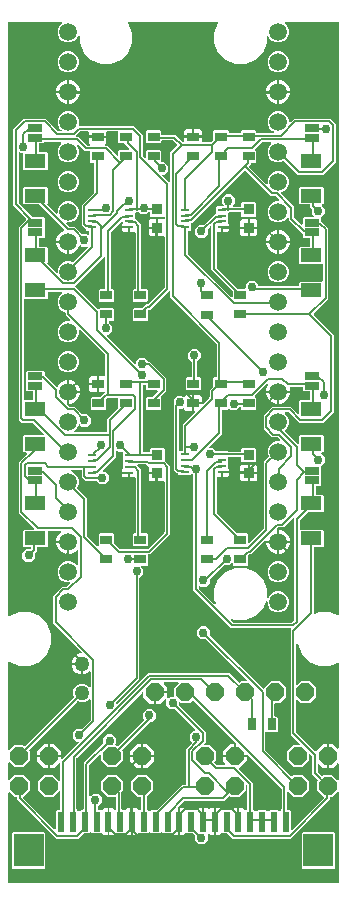
<source format=gbr>
G04 EAGLE Gerber RS-274X export*
G75*
%MOMM*%
%FSLAX34Y34*%
%LPD*%
%INBottom Copper*%
%IPPOS*%
%AMOC8*
5,1,8,0,0,1.08239X$1,22.5*%
G01*
G04 Define Apertures*
%ADD10R,0.762000X0.279400*%
%ADD11R,0.973900X0.798700*%
%ADD12R,1.815300X1.164600*%
%ADD13R,0.970200X0.920900*%
%ADD14C,1.270000*%
%ADD15R,0.600000X1.700000*%
%ADD16R,2.500000X2.800000*%
%ADD17P,1.64956X8X22.5*%
%ADD18C,1.508000*%
%ADD19R,1.270000X0.635000*%
%ADD20R,0.798700X0.973900*%
%ADD21C,0.152400*%
%ADD22C,0.756400*%
G36*
X11241Y123299D02*
X10946Y123230D01*
X10647Y123280D01*
X10392Y123444D01*
X10220Y123694D01*
X10160Y123991D01*
X10160Y197169D01*
X10209Y197438D01*
X10370Y197695D01*
X10619Y197868D01*
X10916Y197931D01*
X11214Y197873D01*
X19333Y194510D01*
X28347Y194510D01*
X36676Y197960D01*
X43050Y204334D01*
X46500Y212663D01*
X46500Y221677D01*
X43050Y230006D01*
X36676Y236380D01*
X28347Y239830D01*
X19333Y239830D01*
X11214Y236467D01*
X10946Y236409D01*
X10647Y236460D01*
X10392Y236624D01*
X10220Y236874D01*
X10160Y237171D01*
X10160Y739078D01*
X10211Y739353D01*
X10375Y739608D01*
X10625Y739780D01*
X10922Y739840D01*
X54802Y739840D01*
X55065Y739793D01*
X55323Y739634D01*
X55499Y739386D01*
X55564Y739090D01*
X55508Y738792D01*
X55341Y738539D01*
X53276Y736474D01*
X51896Y733143D01*
X51896Y729537D01*
X53276Y726206D01*
X55826Y723656D01*
X59157Y722276D01*
X62763Y722276D01*
X66094Y723656D01*
X68644Y726206D01*
X69234Y727630D01*
X69374Y727851D01*
X69619Y728030D01*
X69914Y728100D01*
X70213Y728049D01*
X70468Y727886D01*
X70640Y727635D01*
X70700Y727338D01*
X70700Y721697D01*
X74074Y713553D01*
X80307Y707319D01*
X88452Y703945D01*
X97268Y703945D01*
X105413Y707319D01*
X111646Y713553D01*
X115020Y721697D01*
X115020Y730513D01*
X111593Y738786D01*
X111536Y739054D01*
X111586Y739353D01*
X111750Y739608D01*
X112000Y739780D01*
X112297Y739840D01*
X187423Y739840D01*
X187692Y739791D01*
X187949Y739630D01*
X188122Y739381D01*
X188185Y739084D01*
X188127Y738786D01*
X184700Y730513D01*
X184700Y721697D01*
X188074Y713553D01*
X194307Y707319D01*
X202452Y703945D01*
X211268Y703945D01*
X219413Y707319D01*
X225646Y713553D01*
X229020Y721697D01*
X229020Y727338D01*
X229065Y727596D01*
X229222Y727855D01*
X229468Y728033D01*
X229764Y728100D01*
X230062Y728047D01*
X230317Y727881D01*
X230486Y727630D01*
X231076Y726206D01*
X233626Y723656D01*
X236957Y722276D01*
X240563Y722276D01*
X243894Y723656D01*
X246444Y726206D01*
X247824Y729537D01*
X247824Y733143D01*
X246444Y736474D01*
X244379Y738539D01*
X244226Y738759D01*
X244156Y739054D01*
X244207Y739353D01*
X244371Y739608D01*
X244621Y739780D01*
X244918Y739840D01*
X289078Y739840D01*
X289353Y739789D01*
X289608Y739625D01*
X289780Y739375D01*
X289840Y739078D01*
X289840Y237867D01*
X289791Y237598D01*
X289630Y237341D01*
X289381Y237168D01*
X289084Y237105D01*
X288786Y237163D01*
X282347Y239830D01*
X273333Y239830D01*
X270040Y238466D01*
X269772Y238408D01*
X269473Y238459D01*
X269218Y238623D01*
X269046Y238873D01*
X268986Y239170D01*
X268986Y294307D01*
X269037Y294582D01*
X269201Y294837D01*
X269451Y295009D01*
X269748Y295069D01*
X276580Y295069D01*
X277473Y295962D01*
X277473Y308870D01*
X276580Y309763D01*
X257556Y309763D01*
X257281Y309814D01*
X257026Y309978D01*
X256854Y310228D01*
X256794Y310525D01*
X256794Y317253D01*
X256850Y317539D01*
X257017Y317792D01*
X263579Y324354D01*
X263820Y324517D01*
X264118Y324577D01*
X276580Y324577D01*
X277473Y325470D01*
X277473Y338378D01*
X276580Y339271D01*
X271272Y339271D01*
X270997Y339322D01*
X270742Y339486D01*
X270570Y339736D01*
X270510Y340033D01*
X270510Y346035D01*
X270561Y346310D01*
X270725Y346565D01*
X270975Y346737D01*
X271272Y346797D01*
X274196Y346797D01*
X275089Y347690D01*
X275089Y363282D01*
X275145Y363568D01*
X275312Y363820D01*
X278102Y366610D01*
X278102Y371006D01*
X275340Y373768D01*
X275187Y373988D01*
X275117Y374283D01*
X275168Y374582D01*
X275331Y374837D01*
X275581Y375009D01*
X275878Y375069D01*
X276580Y375069D01*
X277473Y375962D01*
X277473Y388870D01*
X276580Y389763D01*
X257164Y389763D01*
X256272Y388870D01*
X256272Y382785D01*
X256225Y382522D01*
X256065Y382264D01*
X255818Y382088D01*
X255522Y382023D01*
X255224Y382079D01*
X254971Y382246D01*
X244367Y392850D01*
X244209Y393081D01*
X244143Y393377D01*
X244199Y393675D01*
X244367Y393928D01*
X246444Y396006D01*
X247824Y399337D01*
X247824Y402943D01*
X246444Y406274D01*
X244825Y407893D01*
X244672Y408113D01*
X244602Y408408D01*
X244653Y408707D01*
X244817Y408962D01*
X245067Y409134D01*
X245364Y409194D01*
X247149Y409194D01*
X247435Y409138D01*
X247688Y408971D01*
X256609Y400050D01*
X276791Y400050D01*
X285750Y409009D01*
X285750Y474911D01*
X268948Y491713D01*
X268790Y491944D01*
X268725Y492240D01*
X268780Y492538D01*
X268948Y492791D01*
X281178Y505021D01*
X281178Y564827D01*
X275312Y570693D01*
X275149Y570934D01*
X275089Y571232D01*
X275089Y573594D01*
X275145Y573880D01*
X275312Y574132D01*
X278102Y576922D01*
X278102Y581318D01*
X275652Y583768D01*
X275499Y583988D01*
X275429Y584283D01*
X275480Y584582D01*
X275643Y584837D01*
X275893Y585009D01*
X276190Y585069D01*
X276580Y585069D01*
X277473Y585962D01*
X277473Y598870D01*
X276580Y599763D01*
X257164Y599763D01*
X256272Y598870D01*
X256272Y585962D01*
X257164Y585069D01*
X265176Y585069D01*
X265451Y585018D01*
X265706Y584854D01*
X265878Y584604D01*
X265938Y584307D01*
X265938Y582745D01*
X267267Y581416D01*
X267430Y581175D01*
X267490Y580877D01*
X267490Y576922D01*
X268788Y575624D01*
X268941Y575404D01*
X269011Y575109D01*
X268960Y574810D01*
X268797Y574555D01*
X268547Y574383D01*
X268250Y574323D01*
X260234Y574323D01*
X259341Y573430D01*
X259341Y568692D01*
X259294Y568428D01*
X259135Y568170D01*
X258887Y567995D01*
X258591Y567930D01*
X258293Y567985D01*
X258040Y568153D01*
X252445Y573748D01*
X252282Y573989D01*
X252222Y574287D01*
X252222Y583115D01*
X241014Y594323D01*
X240859Y594547D01*
X240791Y594843D01*
X240845Y595142D01*
X241010Y595396D01*
X241262Y595565D01*
X243894Y596656D01*
X246444Y599206D01*
X247824Y602537D01*
X247824Y606143D01*
X246444Y609474D01*
X243894Y612024D01*
X240563Y613404D01*
X236957Y613404D01*
X233626Y612024D01*
X231076Y609474D01*
X229696Y606143D01*
X229696Y602909D01*
X229649Y602645D01*
X229490Y602387D01*
X229242Y602212D01*
X228946Y602147D01*
X228648Y602202D01*
X228395Y602370D01*
X214084Y616681D01*
X213926Y616912D01*
X213861Y617208D01*
X213916Y617506D01*
X214084Y617759D01*
X215646Y619321D01*
X215646Y619619D01*
X215697Y619893D01*
X215861Y620149D01*
X216111Y620320D01*
X216408Y620381D01*
X219271Y620381D01*
X220164Y621273D01*
X220164Y630523D01*
X219473Y631214D01*
X219315Y631445D01*
X219250Y631741D01*
X219305Y632039D01*
X219473Y632292D01*
X224752Y637571D01*
X224993Y637734D01*
X225291Y637794D01*
X232156Y637794D01*
X232419Y637747D01*
X232677Y637588D01*
X232853Y637340D01*
X232918Y637044D01*
X232862Y636746D01*
X232695Y636493D01*
X231076Y634874D01*
X229696Y631543D01*
X229696Y627937D01*
X231076Y624606D01*
X233626Y622056D01*
X236957Y620676D01*
X240563Y620676D01*
X243068Y621714D01*
X243348Y621772D01*
X243646Y621716D01*
X243899Y621549D01*
X255085Y610362D01*
X276791Y610362D01*
X287274Y620845D01*
X287274Y653219D01*
X282887Y657606D01*
X252037Y657606D01*
X249125Y654694D01*
X248905Y654541D01*
X248610Y654471D01*
X248311Y654522D01*
X248056Y654685D01*
X247884Y654935D01*
X247824Y655233D01*
X247824Y656943D01*
X246444Y660274D01*
X243894Y662824D01*
X240563Y664204D01*
X236957Y664204D01*
X233626Y662824D01*
X231076Y660274D01*
X229696Y656943D01*
X229696Y653337D01*
X231076Y650006D01*
X233626Y647456D01*
X235016Y646880D01*
X235237Y646740D01*
X235416Y646495D01*
X235486Y646200D01*
X235435Y645901D01*
X235272Y645646D01*
X235022Y645474D01*
X234724Y645414D01*
X220926Y645414D01*
X220651Y645465D01*
X220396Y645629D01*
X220224Y645879D01*
X220164Y646176D01*
X220164Y646827D01*
X219271Y647720D01*
X208270Y647720D01*
X207377Y646827D01*
X207377Y646176D01*
X207326Y645901D01*
X207162Y645646D01*
X206912Y645474D01*
X206615Y645414D01*
X197418Y645414D01*
X197143Y645465D01*
X196888Y645629D01*
X196716Y645879D01*
X196656Y646176D01*
X196656Y646827D01*
X195763Y647720D01*
X184761Y647720D01*
X183869Y646827D01*
X183869Y640045D01*
X183813Y639759D01*
X183646Y639506D01*
X182156Y638017D01*
X181915Y637854D01*
X181617Y637794D01*
X174926Y637794D01*
X174651Y637845D01*
X174395Y638009D01*
X174224Y638259D01*
X174164Y638556D01*
X174164Y641440D01*
X159345Y641440D01*
X159345Y638556D01*
X159293Y638281D01*
X159130Y638026D01*
X158880Y637854D01*
X158583Y637794D01*
X158235Y637794D01*
X157949Y637850D01*
X157696Y638017D01*
X151823Y643890D01*
X140401Y643890D01*
X140127Y643941D01*
X139871Y644105D01*
X139700Y644355D01*
X139639Y644652D01*
X139639Y646827D01*
X138747Y647720D01*
X127745Y647720D01*
X126852Y646827D01*
X126852Y637577D01*
X127745Y636685D01*
X138747Y636685D01*
X139639Y637577D01*
X139639Y638556D01*
X139691Y638831D01*
X139854Y639086D01*
X140104Y639258D01*
X140401Y639318D01*
X149613Y639318D01*
X149899Y639262D01*
X150152Y639095D01*
X153200Y636047D01*
X153358Y635816D01*
X153423Y635520D01*
X153368Y635222D01*
X153200Y634969D01*
X147066Y628835D01*
X147066Y604767D01*
X147019Y604503D01*
X146860Y604245D01*
X146612Y604070D01*
X146316Y604005D01*
X146018Y604060D01*
X145765Y604228D01*
X140904Y609089D01*
X140751Y609309D01*
X140681Y609604D01*
X140732Y609903D01*
X140895Y610158D01*
X141145Y610330D01*
X141443Y610390D01*
X142406Y610390D01*
X145514Y613498D01*
X145514Y617894D01*
X142406Y621002D01*
X140401Y621002D01*
X140127Y621053D01*
X139871Y621217D01*
X139700Y621467D01*
X139639Y621764D01*
X139639Y630523D01*
X138747Y631416D01*
X127745Y631416D01*
X126852Y630523D01*
X126852Y624980D01*
X126805Y624717D01*
X126646Y624459D01*
X126399Y624283D01*
X126103Y624218D01*
X125804Y624274D01*
X125552Y624441D01*
X124429Y625564D01*
X124266Y625805D01*
X124206Y626103D01*
X124206Y644075D01*
X116771Y651510D01*
X70408Y651510D01*
X70139Y651559D01*
X69882Y651720D01*
X69708Y651969D01*
X69646Y652266D01*
X69704Y652564D01*
X70024Y653337D01*
X70024Y656943D01*
X68644Y660274D01*
X66094Y662824D01*
X62763Y664204D01*
X59157Y664204D01*
X55826Y662824D01*
X53276Y660274D01*
X51896Y656943D01*
X51896Y653337D01*
X53276Y650006D01*
X55043Y648239D01*
X55196Y648019D01*
X55266Y647724D01*
X55215Y647425D01*
X55051Y647170D01*
X54801Y646998D01*
X54504Y646938D01*
X53079Y646938D01*
X52793Y646994D01*
X52540Y647161D01*
X42095Y657606D01*
X23437Y657606D01*
X14478Y648647D01*
X14478Y584269D01*
X24953Y573794D01*
X25116Y573553D01*
X25176Y573255D01*
X25176Y572793D01*
X25120Y572507D01*
X24953Y572254D01*
X19050Y566351D01*
X19050Y402913D01*
X21913Y400050D01*
X30741Y400050D01*
X31027Y399994D01*
X31280Y399827D01*
X40043Y391064D01*
X40196Y390844D01*
X40266Y390549D01*
X40215Y390250D01*
X40052Y389995D01*
X39802Y389823D01*
X39504Y389763D01*
X23174Y389763D01*
X22282Y388870D01*
X22282Y375962D01*
X23174Y375069D01*
X25572Y375069D01*
X25836Y375022D01*
X26094Y374863D01*
X26269Y374615D01*
X26334Y374319D01*
X26279Y374021D01*
X26111Y373768D01*
X19050Y366707D01*
X19050Y323665D01*
X31651Y311064D01*
X31804Y310844D01*
X31874Y310549D01*
X31823Y310250D01*
X31660Y309995D01*
X31410Y309823D01*
X31112Y309763D01*
X23174Y309763D01*
X22282Y308870D01*
X22282Y295962D01*
X23174Y295069D01*
X28956Y295069D01*
X29231Y295018D01*
X29486Y294854D01*
X29658Y294604D01*
X29718Y294307D01*
X29718Y294104D01*
X29667Y293829D01*
X29503Y293574D01*
X29253Y293402D01*
X28956Y293342D01*
X25234Y293342D01*
X22126Y290234D01*
X22126Y285838D01*
X25234Y282730D01*
X29630Y282730D01*
X32738Y285838D01*
X32738Y289793D01*
X32794Y290079D01*
X32961Y290332D01*
X34290Y291661D01*
X34290Y294307D01*
X34341Y294582D01*
X34505Y294837D01*
X34755Y295009D01*
X35052Y295069D01*
X42590Y295069D01*
X43483Y295962D01*
X43483Y307848D01*
X43534Y308123D01*
X43697Y308378D01*
X43947Y308550D01*
X44245Y308610D01*
X53935Y308610D01*
X54198Y308563D01*
X54456Y308404D01*
X54632Y308156D01*
X54697Y307860D01*
X54641Y307562D01*
X54474Y307309D01*
X52415Y305250D01*
X50880Y301545D01*
X50880Y300302D01*
X61722Y300302D01*
X61722Y289460D01*
X62965Y289460D01*
X66670Y290995D01*
X68041Y292366D01*
X68261Y292519D01*
X68556Y292589D01*
X68855Y292538D01*
X69110Y292374D01*
X69282Y292124D01*
X69342Y291827D01*
X69342Y280416D01*
X69295Y280153D01*
X69136Y279895D01*
X68888Y279719D01*
X68592Y279654D01*
X68294Y279710D01*
X68041Y279877D01*
X66094Y281824D01*
X62763Y283204D01*
X59157Y283204D01*
X55826Y281824D01*
X53276Y279274D01*
X51896Y275943D01*
X51896Y272337D01*
X53276Y269006D01*
X55826Y266456D01*
X59157Y265076D01*
X61883Y265076D01*
X62147Y265029D01*
X62405Y264870D01*
X62580Y264622D01*
X62645Y264326D01*
X62590Y264028D01*
X62422Y263775D01*
X60236Y261589D01*
X59995Y261426D01*
X59697Y261366D01*
X55441Y261366D01*
X48006Y253931D01*
X48006Y230701D01*
X72226Y206481D01*
X72379Y206261D01*
X72449Y205966D01*
X72398Y205667D01*
X72235Y205412D01*
X71985Y205240D01*
X71687Y205180D01*
X71012Y205180D01*
X67744Y203827D01*
X65243Y201326D01*
X63890Y198058D01*
X63890Y197052D01*
X73542Y197052D01*
X73542Y187400D01*
X74548Y187400D01*
X77816Y188753D01*
X78709Y189647D01*
X78929Y189800D01*
X79224Y189870D01*
X79523Y189819D01*
X79778Y189655D01*
X79950Y189405D01*
X80010Y189108D01*
X80010Y177035D01*
X79963Y176772D01*
X79804Y176514D01*
X79556Y176338D01*
X79260Y176273D01*
X78962Y176329D01*
X78709Y176496D01*
X77240Y177965D01*
X74346Y179164D01*
X71214Y179164D01*
X68320Y177965D01*
X66105Y175750D01*
X64906Y172856D01*
X64906Y169724D01*
X65451Y168409D01*
X65509Y168129D01*
X65453Y167831D01*
X65286Y167578D01*
X24438Y126731D01*
X24208Y126573D01*
X23912Y126508D01*
X23613Y126564D01*
X23361Y126731D01*
X22838Y127254D01*
X15262Y127254D01*
X11461Y123452D01*
X11241Y123299D01*
G37*
%LPC*%
G36*
X59157Y696876D02*
X62763Y696876D01*
X66094Y698256D01*
X68644Y700806D01*
X70024Y704137D01*
X70024Y707743D01*
X68644Y711074D01*
X66094Y713624D01*
X62763Y715004D01*
X59157Y715004D01*
X55826Y713624D01*
X53276Y711074D01*
X51896Y707743D01*
X51896Y704137D01*
X53276Y700806D01*
X55826Y698256D01*
X59157Y696876D01*
G37*
G36*
X236957Y696876D02*
X240563Y696876D01*
X243894Y698256D01*
X246444Y700806D01*
X247824Y704137D01*
X247824Y707743D01*
X246444Y711074D01*
X243894Y713624D01*
X240563Y715004D01*
X236957Y715004D01*
X233626Y713624D01*
X231076Y711074D01*
X229696Y707743D01*
X229696Y704137D01*
X231076Y700806D01*
X233626Y698256D01*
X236957Y696876D01*
G37*
G36*
X50880Y681302D02*
X60198Y681302D01*
X60198Y690620D01*
X58955Y690620D01*
X55250Y689085D01*
X52415Y686250D01*
X50880Y682545D01*
X50880Y681302D01*
G37*
G36*
X228680Y681302D02*
X237998Y681302D01*
X237998Y690620D01*
X236755Y690620D01*
X233050Y689085D01*
X230215Y686250D01*
X228680Y682545D01*
X228680Y681302D01*
G37*
G36*
X239522Y681302D02*
X248840Y681302D01*
X248840Y682545D01*
X247305Y686250D01*
X244470Y689085D01*
X240765Y690620D01*
X239522Y690620D01*
X239522Y681302D01*
G37*
G36*
X61722Y681302D02*
X71040Y681302D01*
X71040Y682545D01*
X69505Y686250D01*
X66670Y689085D01*
X62965Y690620D01*
X61722Y690620D01*
X61722Y681302D01*
G37*
G36*
X236755Y670460D02*
X237998Y670460D01*
X237998Y679778D01*
X228680Y679778D01*
X228680Y678535D01*
X230215Y674830D01*
X233050Y671995D01*
X236755Y670460D01*
G37*
G36*
X239522Y670460D02*
X240765Y670460D01*
X244470Y671995D01*
X247305Y674830D01*
X248840Y678535D01*
X248840Y679778D01*
X239522Y679778D01*
X239522Y670460D01*
G37*
G36*
X61722Y670460D02*
X62965Y670460D01*
X66670Y671995D01*
X69505Y674830D01*
X71040Y678535D01*
X71040Y679778D01*
X61722Y679778D01*
X61722Y670460D01*
G37*
G36*
X58955Y670460D02*
X60198Y670460D01*
X60198Y679778D01*
X50880Y679778D01*
X50880Y678535D01*
X52415Y674830D01*
X55250Y671995D01*
X58955Y670460D01*
G37*
G36*
X159345Y642964D02*
X165992Y642964D01*
X165992Y648736D01*
X160832Y648736D01*
X159345Y647248D01*
X159345Y642964D01*
G37*
G36*
X167516Y642964D02*
X174164Y642964D01*
X174164Y647248D01*
X172676Y648736D01*
X167516Y648736D01*
X167516Y642964D01*
G37*
G36*
X58955Y289460D02*
X60198Y289460D01*
X60198Y298778D01*
X50880Y298778D01*
X50880Y297535D01*
X52415Y293830D01*
X55250Y290995D01*
X58955Y289460D01*
G37*
G36*
X71012Y187400D02*
X72018Y187400D01*
X72018Y195528D01*
X63890Y195528D01*
X63890Y194522D01*
X65243Y191254D01*
X67744Y188753D01*
X71012Y187400D01*
G37*
%LPD*%
G36*
X102891Y626456D02*
X102594Y626390D01*
X102296Y626446D01*
X102043Y626614D01*
X93911Y634746D01*
X92709Y634746D01*
X92446Y634793D01*
X92188Y634952D01*
X92012Y635200D01*
X91947Y635496D01*
X92003Y635794D01*
X92170Y636047D01*
X93180Y637056D01*
X93180Y641340D01*
X78361Y641340D01*
X78361Y637056D01*
X79371Y636047D01*
X79524Y635827D01*
X79593Y635532D01*
X79543Y635233D01*
X79379Y634978D01*
X79129Y634806D01*
X78832Y634746D01*
X77463Y634746D01*
X77177Y634802D01*
X76924Y634969D01*
X69527Y642366D01*
X68319Y642366D01*
X68055Y642413D01*
X67797Y642572D01*
X67622Y642820D01*
X67557Y643116D01*
X67612Y643414D01*
X67780Y643667D01*
X70828Y646715D01*
X71069Y646878D01*
X71367Y646938D01*
X77599Y646938D01*
X77874Y646887D01*
X78129Y646723D01*
X78301Y646473D01*
X78361Y646176D01*
X78361Y642864D01*
X93180Y642864D01*
X93180Y646176D01*
X93231Y646451D01*
X93395Y646706D01*
X93645Y646878D01*
X93942Y646938D01*
X102582Y646938D01*
X102857Y646887D01*
X103112Y646723D01*
X103284Y646473D01*
X103344Y646176D01*
X103344Y637577D01*
X104237Y636685D01*
X108204Y636685D01*
X108479Y636633D01*
X108734Y636470D01*
X108906Y636220D01*
X108925Y636127D01*
X112335Y632716D01*
X112488Y632497D01*
X112558Y632202D01*
X112507Y631903D01*
X112343Y631647D01*
X112093Y631476D01*
X111796Y631416D01*
X104237Y631416D01*
X103344Y630523D01*
X103344Y627152D01*
X103297Y626889D01*
X103138Y626631D01*
X102891Y626456D01*
G37*
G36*
X51442Y527028D02*
X51146Y526963D01*
X50848Y527018D01*
X50595Y527186D01*
X43436Y534345D01*
X43278Y534576D01*
X43213Y534872D01*
X43268Y535170D01*
X43436Y535423D01*
X43483Y535470D01*
X43483Y548378D01*
X42590Y549271D01*
X36576Y549271D01*
X36301Y549322D01*
X36046Y549486D01*
X35874Y549736D01*
X35814Y550033D01*
X35814Y556035D01*
X35865Y556310D01*
X36029Y556565D01*
X36279Y556737D01*
X36576Y556797D01*
X40031Y556797D01*
X40924Y557690D01*
X40924Y573430D01*
X40031Y574323D01*
X31206Y574323D01*
X30920Y574379D01*
X30667Y574546D01*
X19273Y585940D01*
X19110Y586181D01*
X19050Y586479D01*
X19050Y628451D01*
X19097Y628714D01*
X19256Y628972D01*
X19504Y629147D01*
X19800Y629212D01*
X20098Y629157D01*
X20351Y628989D01*
X20662Y628678D01*
X21520Y628678D01*
X21794Y628627D01*
X22050Y628463D01*
X22221Y628213D01*
X22282Y627916D01*
X22282Y615470D01*
X23174Y614577D01*
X42590Y614577D01*
X43483Y615470D01*
X43483Y628378D01*
X42590Y629271D01*
X36576Y629271D01*
X36301Y629322D01*
X36046Y629486D01*
X35874Y629736D01*
X35814Y630033D01*
X35814Y636135D01*
X35865Y636410D01*
X36029Y636665D01*
X36279Y636837D01*
X36576Y636897D01*
X40031Y636897D01*
X40705Y637571D01*
X40947Y637734D01*
X41244Y637794D01*
X54356Y637794D01*
X54619Y637747D01*
X54877Y637588D01*
X55053Y637340D01*
X55118Y637044D01*
X55062Y636746D01*
X54895Y636493D01*
X53276Y634874D01*
X51896Y631543D01*
X51896Y627937D01*
X53276Y624606D01*
X55826Y622056D01*
X59157Y620676D01*
X62763Y620676D01*
X66094Y622056D01*
X68644Y624606D01*
X70024Y627937D01*
X70024Y631543D01*
X68760Y634593D01*
X68703Y634849D01*
X68749Y635148D01*
X68909Y635406D01*
X69156Y635582D01*
X69452Y635647D01*
X69750Y635591D01*
X70003Y635424D01*
X75253Y630174D01*
X78615Y630174D01*
X78890Y630123D01*
X79145Y629959D01*
X79317Y629709D01*
X79377Y629412D01*
X79377Y621173D01*
X80270Y620281D01*
X82296Y620281D01*
X82571Y620229D01*
X82826Y620066D01*
X82998Y619816D01*
X83058Y619519D01*
X83058Y595623D01*
X83002Y595337D01*
X82835Y595084D01*
X72390Y584639D01*
X72390Y567505D01*
X75375Y564520D01*
X75538Y564279D01*
X75598Y563981D01*
X75598Y563640D01*
X76491Y562747D01*
X77724Y562747D01*
X77999Y562696D01*
X78254Y562532D01*
X78426Y562282D01*
X78486Y561985D01*
X78486Y560269D01*
X78439Y560006D01*
X78280Y559748D01*
X78032Y559573D01*
X77736Y559508D01*
X77438Y559563D01*
X77185Y559731D01*
X76874Y560042D01*
X72919Y560042D01*
X72633Y560098D01*
X72380Y560265D01*
X66479Y566166D01*
X62223Y566166D01*
X61937Y566222D01*
X61684Y566389D01*
X59498Y568575D01*
X59345Y568795D01*
X59275Y569090D01*
X59326Y569389D01*
X59489Y569644D01*
X59739Y569816D01*
X60037Y569876D01*
X62763Y569876D01*
X66094Y571256D01*
X68644Y573806D01*
X70024Y577137D01*
X70024Y580743D01*
X68644Y584074D01*
X66094Y586624D01*
X62763Y588004D01*
X59157Y588004D01*
X55826Y586624D01*
X53276Y584074D01*
X51896Y580743D01*
X51896Y578017D01*
X51849Y577753D01*
X51690Y577495D01*
X51442Y577320D01*
X51146Y577255D01*
X50848Y577310D01*
X50595Y577478D01*
X43336Y584737D01*
X43178Y584968D01*
X43113Y585264D01*
X43168Y585562D01*
X43336Y585815D01*
X43483Y585962D01*
X43483Y598870D01*
X42590Y599763D01*
X23174Y599763D01*
X22282Y598870D01*
X22282Y585962D01*
X23174Y585069D01*
X36222Y585069D01*
X36508Y585013D01*
X36761Y584846D01*
X57464Y564143D01*
X57620Y563918D01*
X57687Y563622D01*
X57634Y563324D01*
X57468Y563070D01*
X57217Y562900D01*
X55250Y562085D01*
X52415Y559250D01*
X50880Y555545D01*
X50880Y554302D01*
X61722Y554302D01*
X61722Y543460D01*
X62965Y543460D01*
X66670Y544995D01*
X69505Y547830D01*
X70408Y550010D01*
X70557Y550240D01*
X70804Y550415D01*
X71100Y550480D01*
X71398Y550425D01*
X71651Y550257D01*
X72478Y549430D01*
X76489Y549430D01*
X76753Y549383D01*
X77011Y549224D01*
X77186Y548976D01*
X77251Y548680D01*
X77196Y548382D01*
X77028Y548129D01*
X65485Y536586D01*
X65249Y536425D01*
X64952Y536363D01*
X64654Y536421D01*
X62763Y537204D01*
X59157Y537204D01*
X55826Y535824D01*
X53276Y533274D01*
X51896Y529943D01*
X51896Y527725D01*
X51849Y527461D01*
X51690Y527203D01*
X51442Y527028D01*
G37*
%LPC*%
G36*
X59157Y595276D02*
X62763Y595276D01*
X66094Y596656D01*
X68644Y599206D01*
X70024Y602537D01*
X70024Y606143D01*
X68644Y609474D01*
X66094Y612024D01*
X62763Y613404D01*
X59157Y613404D01*
X55826Y612024D01*
X53276Y609474D01*
X51896Y606143D01*
X51896Y602537D01*
X53276Y599206D01*
X55826Y596656D01*
X59157Y595276D01*
G37*
G36*
X58955Y543460D02*
X60198Y543460D01*
X60198Y552778D01*
X50880Y552778D01*
X50880Y551535D01*
X52415Y547830D01*
X55250Y544995D01*
X58955Y543460D01*
G37*
%LPD*%
G36*
X199907Y506579D02*
X199611Y506514D01*
X199313Y506570D01*
X199060Y506737D01*
X162529Y543268D01*
X162366Y543509D01*
X162306Y543807D01*
X162306Y561985D01*
X162357Y562260D01*
X162521Y562515D01*
X162771Y562687D01*
X163068Y562747D01*
X163953Y562747D01*
X164846Y563640D01*
X164846Y567727D01*
X164755Y567860D01*
X164690Y568156D01*
X164745Y568454D01*
X164886Y568667D01*
X164897Y568727D01*
X165061Y568982D01*
X165311Y569154D01*
X165521Y569196D01*
X209773Y613448D01*
X210004Y613606D01*
X210300Y613671D01*
X210598Y613616D01*
X210851Y613448D01*
X232225Y592074D01*
X236481Y592074D01*
X236767Y592018D01*
X237020Y591851D01*
X239566Y589305D01*
X239719Y589085D01*
X239789Y588790D01*
X239738Y588491D01*
X239575Y588236D01*
X239325Y588064D01*
X239027Y588004D01*
X236957Y588004D01*
X233626Y586624D01*
X231076Y584074D01*
X229696Y580743D01*
X229696Y577137D01*
X231076Y573806D01*
X233626Y571256D01*
X236957Y569876D01*
X240563Y569876D01*
X243894Y571256D01*
X246349Y573711D01*
X246569Y573864D01*
X246864Y573934D01*
X247163Y573883D01*
X247418Y573719D01*
X247590Y573469D01*
X247650Y573172D01*
X247650Y572077D01*
X259118Y560609D01*
X259281Y560368D01*
X259341Y560070D01*
X259341Y557690D01*
X260234Y556797D01*
X265176Y556797D01*
X265451Y556746D01*
X265706Y556582D01*
X265878Y556332D01*
X265938Y556035D01*
X265938Y550033D01*
X265887Y549758D01*
X265723Y549503D01*
X265473Y549331D01*
X265176Y549271D01*
X257164Y549271D01*
X256272Y548378D01*
X256272Y535470D01*
X257164Y534577D01*
X275844Y534577D01*
X276119Y534526D01*
X276374Y534362D01*
X276546Y534112D01*
X276606Y533815D01*
X276606Y520525D01*
X276555Y520250D01*
X276391Y519995D01*
X276141Y519823D01*
X275844Y519763D01*
X257164Y519763D01*
X256272Y518870D01*
X256272Y516636D01*
X256220Y516361D01*
X256057Y516106D01*
X255807Y515934D01*
X255510Y515874D01*
X222476Y515874D01*
X222201Y515925D01*
X221946Y516089D01*
X221774Y516339D01*
X221714Y516636D01*
X221714Y517310D01*
X218606Y520418D01*
X214210Y520418D01*
X211102Y517310D01*
X211102Y514527D01*
X211051Y514252D01*
X210887Y513997D01*
X210637Y513825D01*
X210340Y513765D01*
X204540Y513765D01*
X204254Y513821D01*
X204001Y513988D01*
X186913Y531076D01*
X186750Y531317D01*
X186690Y531615D01*
X186690Y560969D01*
X186741Y561244D01*
X186905Y561499D01*
X187155Y561671D01*
X187452Y561731D01*
X190246Y561731D01*
X190246Y566430D01*
X197358Y566430D01*
X197358Y568117D01*
X196565Y568910D01*
X196402Y569152D01*
X196342Y569449D01*
X196342Y572728D01*
X196250Y572862D01*
X196185Y573158D01*
X196241Y573456D01*
X196342Y573609D01*
X196342Y577596D01*
X196393Y577871D01*
X196557Y578126D01*
X196807Y578298D01*
X197104Y578358D01*
X197543Y578358D01*
X197592Y578407D01*
X197833Y578570D01*
X198131Y578630D01*
X206513Y578630D01*
X206787Y578579D01*
X207043Y578415D01*
X207214Y578165D01*
X207275Y577868D01*
X207275Y575680D01*
X208167Y574788D01*
X219132Y574788D01*
X220025Y575680D01*
X220025Y586152D01*
X219132Y587045D01*
X208167Y587045D01*
X207275Y586152D01*
X207275Y583964D01*
X207223Y583689D01*
X207060Y583434D01*
X206810Y583262D01*
X206513Y583202D01*
X200877Y583202D01*
X200614Y583249D01*
X200356Y583408D01*
X200181Y583656D01*
X200116Y583952D01*
X200171Y584250D01*
X200339Y584503D01*
X201902Y586066D01*
X201902Y590462D01*
X198794Y593570D01*
X194398Y593570D01*
X191290Y590462D01*
X191290Y586066D01*
X192462Y584894D01*
X192615Y584674D01*
X192685Y584379D01*
X192634Y584080D01*
X192471Y583825D01*
X192221Y583653D01*
X191924Y583593D01*
X186567Y583593D01*
X185674Y582700D01*
X185674Y578613D01*
X185765Y578480D01*
X185831Y578184D01*
X185775Y577886D01*
X185674Y577733D01*
X185674Y577596D01*
X185623Y577321D01*
X185459Y577066D01*
X185209Y576894D01*
X184999Y576852D01*
X176032Y567885D01*
X175791Y567722D01*
X175493Y567662D01*
X171538Y567662D01*
X168430Y564554D01*
X168430Y560158D01*
X171538Y557050D01*
X175934Y557050D01*
X179042Y560158D01*
X179042Y564113D01*
X179098Y564399D01*
X179265Y564652D01*
X180817Y566204D01*
X181037Y566357D01*
X181332Y566427D01*
X181631Y566376D01*
X181886Y566213D01*
X182058Y565963D01*
X182118Y565665D01*
X182118Y529405D01*
X200137Y511386D01*
X200300Y511144D01*
X200361Y510847D01*
X200361Y507276D01*
X200314Y507013D01*
X200154Y506755D01*
X199907Y506579D01*
G37*
%LPC*%
G36*
X206259Y566186D02*
X212888Y566186D01*
X212888Y572569D01*
X207746Y572569D01*
X206259Y571081D01*
X206259Y566186D01*
G37*
G36*
X214412Y566186D02*
X221041Y566186D01*
X221041Y571081D01*
X219553Y572569D01*
X214412Y572569D01*
X214412Y566186D01*
G37*
G36*
X191770Y561731D02*
X195870Y561731D01*
X197358Y563219D01*
X197358Y564906D01*
X191770Y564906D01*
X191770Y561731D01*
G37*
G36*
X214412Y558280D02*
X219553Y558280D01*
X221041Y559767D01*
X221041Y564662D01*
X214412Y564662D01*
X214412Y558280D01*
G37*
G36*
X207746Y558280D02*
X212888Y558280D01*
X212888Y564662D01*
X206259Y564662D01*
X206259Y559767D01*
X207746Y558280D01*
G37*
G36*
X228680Y554302D02*
X237998Y554302D01*
X237998Y563620D01*
X236755Y563620D01*
X233050Y562085D01*
X230215Y559250D01*
X228680Y555545D01*
X228680Y554302D01*
G37*
G36*
X239522Y554302D02*
X248840Y554302D01*
X248840Y555545D01*
X247305Y559250D01*
X244470Y562085D01*
X240765Y563620D01*
X239522Y563620D01*
X239522Y554302D01*
G37*
G36*
X239522Y543460D02*
X240765Y543460D01*
X244470Y544995D01*
X247305Y547830D01*
X248840Y551535D01*
X248840Y552778D01*
X239522Y552778D01*
X239522Y543460D01*
G37*
G36*
X236755Y543460D02*
X237998Y543460D01*
X237998Y552778D01*
X228680Y552778D01*
X228680Y551535D01*
X230215Y547830D01*
X233050Y544995D01*
X236755Y543460D01*
G37*
G36*
X236957Y519076D02*
X240563Y519076D01*
X243894Y520456D01*
X246444Y523006D01*
X247824Y526337D01*
X247824Y529943D01*
X246444Y533274D01*
X243894Y535824D01*
X240563Y537204D01*
X236957Y537204D01*
X233626Y535824D01*
X231076Y533274D01*
X229696Y529943D01*
X229696Y526337D01*
X231076Y523006D01*
X233626Y520456D01*
X236957Y519076D01*
G37*
%LPD*%
G36*
X250605Y55785D02*
X250310Y55715D01*
X250011Y55766D01*
X249756Y55929D01*
X249584Y56179D01*
X249524Y56477D01*
X249524Y71731D01*
X248631Y72624D01*
X246888Y72624D01*
X246613Y72675D01*
X246358Y72839D01*
X246186Y73089D01*
X246126Y73386D01*
X246126Y87083D01*
X246173Y87346D01*
X246332Y87604D01*
X246580Y87780D01*
X246876Y87845D01*
X247174Y87789D01*
X247427Y87622D01*
X251482Y83566D01*
X259057Y83566D01*
X264414Y88922D01*
X264414Y96498D01*
X259057Y101854D01*
X251482Y101854D01*
X250705Y101077D01*
X250475Y100919D01*
X250179Y100854D01*
X249881Y100910D01*
X249628Y101077D01*
X228061Y122644D01*
X227898Y122885D01*
X227838Y123183D01*
X227838Y137845D01*
X227889Y138119D01*
X228053Y138375D01*
X228303Y138546D01*
X228600Y138607D01*
X237777Y138607D01*
X238670Y139499D01*
X238670Y150501D01*
X237777Y151394D01*
X236220Y151394D01*
X235945Y151445D01*
X235690Y151608D01*
X235518Y151858D01*
X235458Y152156D01*
X235458Y162179D01*
X235509Y162454D01*
X235673Y162709D01*
X235923Y162881D01*
X236220Y162941D01*
X240008Y162941D01*
X245364Y168297D01*
X245364Y175873D01*
X240008Y181229D01*
X232432Y181229D01*
X227076Y175873D01*
X227076Y175761D01*
X227029Y175497D01*
X226870Y175239D01*
X226622Y175064D01*
X226326Y174999D01*
X226028Y175054D01*
X225775Y175222D01*
X180789Y220208D01*
X180626Y220449D01*
X180566Y220747D01*
X180566Y224702D01*
X177458Y227810D01*
X173062Y227810D01*
X169954Y224702D01*
X169954Y220306D01*
X173062Y217198D01*
X177017Y217198D01*
X177303Y217142D01*
X177556Y216975D01*
X212001Y182530D01*
X212154Y182310D01*
X212224Y182015D01*
X212173Y181716D01*
X212010Y181461D01*
X211760Y181289D01*
X211462Y181229D01*
X207032Y181229D01*
X206319Y180516D01*
X206089Y180358D01*
X205792Y180292D01*
X205494Y180348D01*
X205241Y180516D01*
X197543Y188214D01*
X128593Y188214D01*
X102619Y162240D01*
X102399Y162087D01*
X102104Y162017D01*
X101805Y162068D01*
X101550Y162231D01*
X101378Y162481D01*
X101318Y162779D01*
X101318Y163301D01*
X101374Y163587D01*
X101541Y163840D01*
X121158Y183457D01*
X121158Y268787D01*
X121214Y269073D01*
X121381Y269325D01*
X124178Y272122D01*
X124178Y276518D01*
X122741Y277955D01*
X122588Y278175D01*
X122518Y278470D01*
X122569Y278769D01*
X122732Y279024D01*
X122982Y279196D01*
X123279Y279256D01*
X127255Y279256D01*
X128148Y280149D01*
X128148Y288036D01*
X128199Y288311D01*
X128362Y288566D01*
X128612Y288738D01*
X128910Y288798D01*
X130487Y288798D01*
X147066Y305377D01*
X147066Y363659D01*
X142997Y367728D01*
X142834Y367970D01*
X142774Y368267D01*
X142774Y378347D01*
X141881Y379240D01*
X130916Y379240D01*
X130024Y378347D01*
X130024Y376159D01*
X129973Y375884D01*
X129809Y375629D01*
X129559Y375457D01*
X129262Y375397D01*
X124968Y375397D01*
X124693Y375448D01*
X124438Y375612D01*
X124266Y375862D01*
X124206Y376159D01*
X124206Y431292D01*
X124257Y431567D01*
X124421Y431822D01*
X124671Y431994D01*
X124968Y432054D01*
X126090Y432054D01*
X126365Y432003D01*
X126621Y431839D01*
X126792Y431589D01*
X126852Y431292D01*
X126852Y428582D01*
X127745Y427690D01*
X136105Y427690D01*
X136368Y427643D01*
X136626Y427483D01*
X136802Y427236D01*
X136867Y426940D01*
X136811Y426642D01*
X136644Y426389D01*
X132899Y422644D01*
X132657Y422481D01*
X132360Y422421D01*
X127745Y422421D01*
X126852Y421528D01*
X126852Y412278D01*
X127745Y411386D01*
X138747Y411386D01*
X139639Y412278D01*
X139639Y421528D01*
X139483Y421684D01*
X139325Y421915D01*
X139260Y422211D01*
X139315Y422509D01*
X139483Y422762D01*
X144018Y427297D01*
X144018Y438335D01*
X130487Y451866D01*
X128977Y451866D01*
X128691Y451922D01*
X128439Y452089D01*
X125642Y454886D01*
X121246Y454886D01*
X118138Y451778D01*
X118138Y450815D01*
X118091Y450551D01*
X117932Y450293D01*
X117684Y450118D01*
X117388Y450053D01*
X117090Y450108D01*
X116837Y450276D01*
X93660Y473453D01*
X93507Y473673D01*
X93437Y473968D01*
X93488Y474267D01*
X93651Y474522D01*
X93901Y474694D01*
X94199Y474754D01*
X95162Y474754D01*
X98270Y477862D01*
X98270Y482258D01*
X95473Y485055D01*
X95310Y485296D01*
X95250Y485593D01*
X95250Y485664D01*
X95301Y485939D01*
X95465Y486194D01*
X95715Y486366D01*
X96012Y486426D01*
X98747Y486426D01*
X99639Y487319D01*
X99639Y496568D01*
X98747Y497461D01*
X87745Y497461D01*
X86857Y496573D01*
X86627Y496415D01*
X86331Y496350D01*
X86033Y496406D01*
X85780Y496573D01*
X67018Y515335D01*
X66860Y515566D01*
X66795Y515862D01*
X66850Y516160D01*
X67018Y516413D01*
X90901Y540296D01*
X91121Y540449D01*
X91416Y540519D01*
X91715Y540468D01*
X91970Y540305D01*
X92142Y540055D01*
X92202Y539757D01*
X92202Y514527D01*
X92151Y514252D01*
X91987Y513997D01*
X91737Y513825D01*
X91440Y513765D01*
X87745Y513765D01*
X86852Y512872D01*
X86852Y503623D01*
X87745Y502730D01*
X98747Y502730D01*
X99639Y503623D01*
X99639Y512872D01*
X98747Y513765D01*
X97536Y513765D01*
X97261Y513816D01*
X97006Y513980D01*
X96834Y514230D01*
X96774Y514527D01*
X96774Y561093D01*
X96830Y561379D01*
X96997Y561632D01*
X105793Y570428D01*
X106013Y570581D01*
X106308Y570651D01*
X106607Y570600D01*
X106862Y570437D01*
X107034Y570187D01*
X107094Y569889D01*
X107094Y569449D01*
X107038Y569163D01*
X106871Y568910D01*
X106078Y568117D01*
X106078Y566430D01*
X113190Y566430D01*
X113190Y561731D01*
X117348Y561731D01*
X117623Y561680D01*
X117878Y561516D01*
X118050Y561266D01*
X118110Y560969D01*
X118110Y514527D01*
X118059Y514252D01*
X117895Y513997D01*
X117645Y513825D01*
X117348Y513765D01*
X116253Y513765D01*
X115361Y512872D01*
X115361Y503623D01*
X116253Y502730D01*
X127255Y502730D01*
X128148Y503623D01*
X128148Y512872D01*
X127255Y513765D01*
X123444Y513765D01*
X123169Y513816D01*
X122914Y513980D01*
X122742Y514230D01*
X122682Y514527D01*
X122682Y567875D01*
X118242Y572315D01*
X118227Y572318D01*
X117974Y572485D01*
X117828Y572631D01*
X117670Y572862D01*
X117605Y573158D01*
X117661Y573456D01*
X117762Y573609D01*
X117762Y577596D01*
X117813Y577871D01*
X117977Y578126D01*
X118227Y578298D01*
X118524Y578358D01*
X119819Y578358D01*
X119868Y578407D01*
X120109Y578570D01*
X120407Y578630D01*
X120687Y578630D01*
X120973Y578574D01*
X121225Y578407D01*
X122770Y576862D01*
X127166Y576862D01*
X128711Y578407D01*
X128952Y578570D01*
X129249Y578630D01*
X129262Y578630D01*
X129536Y578579D01*
X129792Y578415D01*
X129963Y578165D01*
X130024Y577868D01*
X130024Y575680D01*
X130916Y574788D01*
X141732Y574788D01*
X142007Y574736D01*
X142262Y574573D01*
X142434Y574323D01*
X142494Y574026D01*
X142494Y573331D01*
X142443Y573056D01*
X142279Y572800D01*
X142029Y572629D01*
X141732Y572569D01*
X137161Y572569D01*
X137161Y558280D01*
X141732Y558280D01*
X142007Y558228D01*
X142262Y558065D01*
X142434Y557815D01*
X142494Y557518D01*
X142494Y514851D01*
X142438Y514565D01*
X142271Y514312D01*
X128816Y500857D01*
X128575Y500694D01*
X128277Y500634D01*
X127069Y500634D01*
X124119Y497684D01*
X123878Y497521D01*
X123580Y497461D01*
X116253Y497461D01*
X115361Y496568D01*
X115361Y487319D01*
X116253Y486426D01*
X127255Y486426D01*
X128148Y487319D01*
X128148Y494931D01*
X128203Y495217D01*
X128371Y495470D01*
X128740Y495839D01*
X128981Y496002D01*
X129279Y496062D01*
X130487Y496062D01*
X145765Y511340D01*
X145985Y511493D01*
X146280Y511563D01*
X146579Y511512D01*
X146834Y511349D01*
X147006Y511099D01*
X147066Y510801D01*
X147066Y506545D01*
X186467Y467144D01*
X186630Y466903D01*
X186690Y466605D01*
X186690Y439487D01*
X186639Y439212D01*
X186475Y438956D01*
X186225Y438785D01*
X185928Y438725D01*
X184761Y438725D01*
X183869Y437832D01*
X183869Y431257D01*
X183813Y430971D01*
X183646Y430718D01*
X180594Y427667D01*
X180594Y421887D01*
X180538Y421601D01*
X180371Y421348D01*
X175464Y416441D01*
X175245Y416288D01*
X174950Y416218D01*
X174651Y416269D01*
X174545Y416337D01*
X174545Y416141D01*
X167516Y416141D01*
X167516Y410370D01*
X167553Y410370D01*
X167816Y410323D01*
X168074Y410163D01*
X168250Y409916D01*
X168315Y409620D01*
X168259Y409322D01*
X168092Y409069D01*
X157734Y398711D01*
X157734Y377185D01*
X157683Y376910D01*
X157519Y376655D01*
X157269Y376483D01*
X156972Y376423D01*
X155448Y376423D01*
X155173Y376474D01*
X154918Y376638D01*
X154746Y376888D01*
X154686Y377185D01*
X154686Y411508D01*
X154737Y411783D01*
X154901Y412038D01*
X155151Y412210D01*
X155448Y412270D01*
X157646Y412270D01*
X158044Y412668D01*
X158263Y412821D01*
X158558Y412891D01*
X158857Y412840D01*
X159113Y412676D01*
X159284Y412426D01*
X159345Y412129D01*
X159345Y411857D01*
X160832Y410370D01*
X165992Y410370D01*
X165992Y423437D01*
X160832Y423437D01*
X159501Y422105D01*
X159270Y421947D01*
X158974Y421882D01*
X158676Y421937D01*
X158423Y422105D01*
X157646Y422882D01*
X153250Y422882D01*
X150142Y419774D01*
X150142Y415819D01*
X150114Y415675D01*
X150114Y360241D01*
X152977Y357378D01*
X153416Y357378D01*
X153691Y357327D01*
X153946Y357163D01*
X154118Y356913D01*
X154178Y356616D01*
X154178Y356470D01*
X155071Y355577D01*
X163953Y355577D01*
X165039Y356663D01*
X165052Y356684D01*
X165300Y356859D01*
X165596Y356924D01*
X165894Y356869D01*
X166147Y356701D01*
X166655Y356193D01*
X166818Y355952D01*
X166878Y355655D01*
X166878Y258133D01*
X198697Y226314D01*
X248673Y226314D01*
X248937Y226267D01*
X249195Y226108D01*
X249370Y225860D01*
X249435Y225564D01*
X249380Y225266D01*
X249212Y225013D01*
X249174Y224975D01*
X249174Y136213D01*
X256832Y128555D01*
X256985Y128335D01*
X257055Y128040D01*
X257004Y127741D01*
X256841Y127486D01*
X256591Y127314D01*
X256293Y127254D01*
X251482Y127254D01*
X246126Y121898D01*
X246126Y114322D01*
X251482Y108966D01*
X259057Y108966D01*
X264414Y114322D01*
X264414Y119134D01*
X264461Y119397D01*
X264620Y119655D01*
X264868Y119830D01*
X265164Y119895D01*
X265462Y119840D01*
X265715Y119672D01*
X267239Y118148D01*
X267402Y117907D01*
X267462Y117609D01*
X267462Y102685D01*
X272049Y98098D01*
X272207Y97868D01*
X272272Y97572D01*
X272216Y97273D01*
X272049Y97021D01*
X271526Y96498D01*
X271526Y88922D01*
X277014Y83434D01*
X277135Y83360D01*
X277310Y83112D01*
X277375Y82816D01*
X277320Y82518D01*
X277152Y82265D01*
X250825Y55938D01*
X250605Y55785D01*
G37*
%LPC*%
G36*
X129008Y566186D02*
X135637Y566186D01*
X135637Y572569D01*
X130496Y572569D01*
X129008Y571081D01*
X129008Y566186D01*
G37*
G36*
X107566Y561731D02*
X111666Y561731D01*
X111666Y564906D01*
X106078Y564906D01*
X106078Y563219D01*
X107566Y561731D01*
G37*
G36*
X130496Y558280D02*
X135637Y558280D01*
X135637Y564662D01*
X129008Y564662D01*
X129008Y559767D01*
X130496Y558280D01*
G37*
G36*
X161253Y427690D02*
X172255Y427690D01*
X173148Y428582D01*
X173148Y437832D01*
X172255Y438725D01*
X170688Y438725D01*
X170413Y438776D01*
X170158Y438939D01*
X169986Y439189D01*
X169926Y439487D01*
X169926Y451667D01*
X169982Y451953D01*
X170149Y452205D01*
X172946Y455002D01*
X172946Y459398D01*
X169838Y462506D01*
X165442Y462506D01*
X162334Y459398D01*
X162334Y455002D01*
X165131Y452205D01*
X165294Y451964D01*
X165354Y451667D01*
X165354Y439487D01*
X165303Y439212D01*
X165139Y438956D01*
X164889Y438785D01*
X164592Y438725D01*
X161253Y438725D01*
X160361Y437832D01*
X160361Y428582D01*
X161253Y427690D01*
G37*
G36*
X167516Y417665D02*
X174164Y417665D01*
X174164Y421949D01*
X172676Y423437D01*
X167516Y423437D01*
X167516Y417665D01*
G37*
%LPD*%
G36*
X93261Y392490D02*
X92964Y392430D01*
X66908Y392430D01*
X66645Y392477D01*
X66387Y392636D01*
X66211Y392884D01*
X66146Y393180D01*
X66202Y393478D01*
X66369Y393731D01*
X68644Y396006D01*
X69631Y398387D01*
X69779Y398617D01*
X70026Y398793D01*
X70323Y398858D01*
X70621Y398802D01*
X70874Y398635D01*
X72478Y397030D01*
X76874Y397030D01*
X79982Y400138D01*
X79982Y404534D01*
X76874Y407642D01*
X72919Y407642D01*
X72633Y407698D01*
X72380Y407865D01*
X66479Y413766D01*
X62223Y413766D01*
X61937Y413822D01*
X61684Y413989D01*
X60514Y415159D01*
X60361Y415379D01*
X60291Y415674D01*
X60342Y415973D01*
X60410Y416079D01*
X60198Y416079D01*
X60198Y436620D01*
X58955Y436620D01*
X55250Y435085D01*
X52415Y432250D01*
X52003Y431256D01*
X51855Y431026D01*
X51607Y430851D01*
X51311Y430786D01*
X51013Y430841D01*
X50760Y431009D01*
X41147Y440622D01*
X40984Y440863D01*
X40924Y441161D01*
X40924Y443430D01*
X40031Y444323D01*
X26069Y444323D01*
X25176Y443430D01*
X25176Y427690D01*
X26069Y426797D01*
X30480Y426797D01*
X30755Y426746D01*
X31010Y426582D01*
X31182Y426332D01*
X31242Y426035D01*
X31242Y420033D01*
X31191Y419758D01*
X31027Y419503D01*
X30777Y419331D01*
X30480Y419271D01*
X24384Y419271D01*
X24109Y419322D01*
X23854Y419486D01*
X23682Y419736D01*
X23622Y420033D01*
X23622Y504307D01*
X23673Y504582D01*
X23837Y504837D01*
X24087Y505009D01*
X24384Y505069D01*
X42590Y505069D01*
X43483Y505962D01*
X43483Y510540D01*
X43534Y510815D01*
X43697Y511070D01*
X43947Y511242D01*
X44245Y511302D01*
X54864Y511302D01*
X55127Y511255D01*
X55385Y511096D01*
X55561Y510848D01*
X55626Y510552D01*
X55570Y510254D01*
X55403Y510001D01*
X53276Y507874D01*
X51896Y504543D01*
X51896Y500937D01*
X53276Y497606D01*
X55826Y495056D01*
X58204Y494071D01*
X58442Y493914D01*
X58614Y493664D01*
X58674Y493367D01*
X58674Y491305D01*
X62274Y487705D01*
X62427Y487485D01*
X62497Y487190D01*
X62446Y486891D01*
X62283Y486636D01*
X62033Y486464D01*
X61735Y486404D01*
X59157Y486404D01*
X55826Y485024D01*
X53276Y482474D01*
X51896Y479143D01*
X51896Y475537D01*
X53276Y472206D01*
X55826Y469656D01*
X59157Y468276D01*
X62763Y468276D01*
X66094Y469656D01*
X68644Y472206D01*
X70024Y475537D01*
X70024Y478115D01*
X70071Y478379D01*
X70230Y478637D01*
X70478Y478812D01*
X70774Y478877D01*
X71072Y478822D01*
X71325Y478654D01*
X91979Y458000D01*
X92142Y457759D01*
X92202Y457461D01*
X92202Y440503D01*
X92151Y440228D01*
X91987Y439972D01*
X91737Y439801D01*
X91440Y439741D01*
X86992Y439741D01*
X86992Y426674D01*
X90893Y426674D01*
X91156Y426627D01*
X91414Y426467D01*
X91590Y426220D01*
X91655Y425924D01*
X91599Y425626D01*
X91432Y425373D01*
X88703Y422644D01*
X88461Y422481D01*
X88164Y422421D01*
X80729Y422421D01*
X79836Y421528D01*
X79836Y412278D01*
X80729Y411386D01*
X91730Y411386D01*
X92623Y412278D01*
X92623Y419782D01*
X92679Y420068D01*
X92846Y420321D01*
X93688Y421163D01*
X93929Y421326D01*
X94227Y421386D01*
X102582Y421386D01*
X102857Y421335D01*
X103112Y421171D01*
X103284Y420921D01*
X103344Y420624D01*
X103344Y413217D01*
X103289Y412931D01*
X103121Y412678D01*
X93726Y403283D01*
X93726Y393192D01*
X93675Y392917D01*
X93511Y392662D01*
X93261Y392490D01*
G37*
%LPC*%
G36*
X59157Y442876D02*
X62763Y442876D01*
X66094Y444256D01*
X68644Y446806D01*
X70024Y450137D01*
X70024Y453743D01*
X68644Y457074D01*
X66094Y459624D01*
X62763Y461004D01*
X59157Y461004D01*
X55826Y459624D01*
X53276Y457074D01*
X51896Y453743D01*
X51896Y450137D01*
X53276Y446806D01*
X55826Y444256D01*
X59157Y442876D01*
G37*
G36*
X78820Y433969D02*
X85468Y433969D01*
X85468Y439741D01*
X80308Y439741D01*
X78820Y438253D01*
X78820Y433969D01*
G37*
G36*
X61722Y427302D02*
X71040Y427302D01*
X71040Y428545D01*
X69505Y432250D01*
X66670Y435085D01*
X62965Y436620D01*
X61722Y436620D01*
X61722Y427302D01*
G37*
G36*
X80308Y426674D02*
X85468Y426674D01*
X85468Y432445D01*
X78820Y432445D01*
X78820Y428161D01*
X80308Y426674D01*
G37*
G36*
X61722Y416460D02*
X62965Y416460D01*
X66670Y417995D01*
X69505Y420830D01*
X71040Y424535D01*
X71040Y425778D01*
X61722Y425778D01*
X61722Y416460D01*
G37*
%LPD*%
G36*
X214229Y298300D02*
X213934Y298231D01*
X213635Y298281D01*
X213379Y298445D01*
X213208Y298695D01*
X213148Y298992D01*
X213148Y305702D01*
X212255Y306595D01*
X204446Y306595D01*
X204160Y306651D01*
X203907Y306818D01*
X186913Y323812D01*
X186750Y324053D01*
X186690Y324351D01*
X186690Y353799D01*
X186741Y354074D01*
X186905Y354329D01*
X187155Y354501D01*
X187452Y354561D01*
X190246Y354561D01*
X190246Y359260D01*
X197358Y359260D01*
X197358Y360947D01*
X196565Y361740D01*
X196402Y361982D01*
X196342Y362279D01*
X196342Y365558D01*
X196250Y365692D01*
X196185Y365988D01*
X196241Y366286D01*
X196342Y366439D01*
X196342Y370454D01*
X196393Y370729D01*
X196557Y370984D01*
X196807Y371156D01*
X197104Y371216D01*
X206513Y371216D01*
X206787Y371165D01*
X207043Y371001D01*
X207214Y370751D01*
X207275Y370454D01*
X207275Y367875D01*
X208167Y366983D01*
X219132Y366983D01*
X220025Y367875D01*
X220025Y378347D01*
X219132Y379240D01*
X208167Y379240D01*
X207275Y378347D01*
X207275Y376550D01*
X207223Y376275D01*
X207060Y376020D01*
X206810Y375848D01*
X206513Y375788D01*
X196400Y375788D01*
X196114Y375844D01*
X195861Y376011D01*
X195449Y376423D01*
X186473Y376423D01*
X186204Y376364D01*
X185906Y376419D01*
X185653Y376587D01*
X183554Y378686D01*
X181067Y378686D01*
X180803Y378733D01*
X180545Y378892D01*
X180370Y379140D01*
X180305Y379436D01*
X180360Y379734D01*
X180528Y379987D01*
X191262Y390721D01*
X191262Y410624D01*
X191313Y410898D01*
X191477Y411154D01*
X191727Y411325D01*
X192024Y411386D01*
X195763Y411386D01*
X196508Y412131D01*
X196739Y412289D01*
X197035Y412354D01*
X197333Y412298D01*
X197586Y412131D01*
X198970Y410746D01*
X203366Y410746D01*
X206076Y413456D01*
X206296Y413609D01*
X206591Y413679D01*
X206890Y413628D01*
X207145Y413465D01*
X207317Y413215D01*
X207377Y412918D01*
X207377Y412278D01*
X208270Y411386D01*
X219271Y411386D01*
X220164Y412278D01*
X220164Y421528D01*
X219369Y422323D01*
X219211Y422553D01*
X219146Y422849D01*
X219202Y423147D01*
X219369Y423400D01*
X228917Y432948D01*
X229131Y433099D01*
X229425Y433171D01*
X229725Y433122D01*
X229982Y432961D01*
X230155Y432712D01*
X230218Y432415D01*
X230160Y432118D01*
X228680Y428545D01*
X228680Y427302D01*
X248840Y427302D01*
X248840Y428545D01*
X248454Y429476D01*
X248397Y429744D01*
X248447Y430043D01*
X248611Y430298D01*
X248861Y430470D01*
X249158Y430530D01*
X258579Y430530D01*
X258854Y430479D01*
X259109Y430315D01*
X259281Y430065D01*
X259341Y429768D01*
X259341Y427690D01*
X260234Y426797D01*
X265176Y426797D01*
X265451Y426746D01*
X265706Y426582D01*
X265878Y426332D01*
X265938Y426035D01*
X265938Y420033D01*
X265887Y419758D01*
X265723Y419503D01*
X265473Y419331D01*
X265176Y419271D01*
X257164Y419271D01*
X256272Y418378D01*
X256272Y408693D01*
X256225Y408430D01*
X256065Y408172D01*
X255818Y407996D01*
X255522Y407931D01*
X255224Y407987D01*
X254971Y408154D01*
X249359Y413766D01*
X233749Y413766D01*
X226314Y406331D01*
X226314Y395293D01*
X233749Y387858D01*
X238005Y387858D01*
X238291Y387802D01*
X238544Y387635D01*
X240074Y386105D01*
X240227Y385885D01*
X240297Y385590D01*
X240246Y385291D01*
X240083Y385036D01*
X239833Y384864D01*
X239535Y384804D01*
X236957Y384804D01*
X233626Y383424D01*
X231076Y380874D01*
X229696Y377543D01*
X229696Y373937D01*
X230628Y371686D01*
X230686Y371407D01*
X230631Y371109D01*
X230463Y370856D01*
X226314Y366707D01*
X226314Y310635D01*
X226258Y310349D01*
X226091Y310096D01*
X214448Y298453D01*
X214229Y298300D01*
G37*
%LPC*%
G36*
X239522Y416460D02*
X240765Y416460D01*
X244470Y417995D01*
X247305Y420830D01*
X248840Y424535D01*
X248840Y425778D01*
X239522Y425778D01*
X239522Y416460D01*
G37*
G36*
X236755Y416460D02*
X237998Y416460D01*
X237998Y425778D01*
X228680Y425778D01*
X228680Y424535D01*
X230215Y420830D01*
X233050Y417995D01*
X236755Y416460D01*
G37*
G36*
X206259Y358381D02*
X212888Y358381D01*
X212888Y364764D01*
X207746Y364764D01*
X206259Y363276D01*
X206259Y358381D01*
G37*
G36*
X214412Y358381D02*
X221041Y358381D01*
X221041Y363276D01*
X219553Y364764D01*
X214412Y364764D01*
X214412Y358381D01*
G37*
G36*
X191770Y354561D02*
X195870Y354561D01*
X197358Y356049D01*
X197358Y357736D01*
X191770Y357736D01*
X191770Y354561D01*
G37*
G36*
X207746Y350475D02*
X212888Y350475D01*
X212888Y356857D01*
X206259Y356857D01*
X206259Y351962D01*
X207746Y350475D01*
G37*
G36*
X214412Y350475D02*
X219553Y350475D01*
X221041Y351962D01*
X221041Y356857D01*
X214412Y356857D01*
X214412Y350475D01*
G37*
%LPD*%
G36*
X128575Y293430D02*
X128277Y293370D01*
X104895Y293370D01*
X104609Y293426D01*
X104356Y293593D01*
X99863Y298086D01*
X99700Y298328D01*
X99639Y298625D01*
X99639Y305702D01*
X98747Y306595D01*
X87745Y306595D01*
X86852Y305702D01*
X86852Y296172D01*
X86805Y295909D01*
X86646Y295651D01*
X86399Y295475D01*
X86103Y295410D01*
X85804Y295466D01*
X85552Y295633D01*
X77185Y304000D01*
X77022Y304241D01*
X76962Y304539D01*
X76962Y336227D01*
X68811Y344378D01*
X68650Y344614D01*
X68587Y344911D01*
X68645Y345209D01*
X70024Y348537D01*
X70024Y352143D01*
X68644Y355474D01*
X66094Y358024D01*
X63835Y358960D01*
X63614Y359100D01*
X63435Y359345D01*
X63365Y359640D01*
X63416Y359939D01*
X63579Y360194D01*
X63829Y360366D01*
X64126Y360426D01*
X71628Y360426D01*
X71903Y360375D01*
X72158Y360211D01*
X72330Y359961D01*
X72390Y359664D01*
X72390Y354145D01*
X75253Y351282D01*
X84383Y351282D01*
X84669Y351226D01*
X84921Y351059D01*
X87718Y348262D01*
X92114Y348262D01*
X95222Y351370D01*
X95222Y355766D01*
X92114Y358874D01*
X91151Y358874D01*
X90887Y358921D01*
X90629Y359080D01*
X90454Y359328D01*
X90389Y359624D01*
X90444Y359922D01*
X90612Y360175D01*
X101346Y370909D01*
X101346Y375467D01*
X101393Y375730D01*
X101552Y375988D01*
X101800Y376163D01*
X102096Y376228D01*
X102394Y376173D01*
X102647Y376005D01*
X102958Y375694D01*
X106332Y375694D01*
X106607Y375643D01*
X106862Y375479D01*
X107034Y375229D01*
X107094Y374932D01*
X107094Y370808D01*
X107185Y370675D01*
X107251Y370379D01*
X107195Y370081D01*
X107094Y369928D01*
X107094Y365807D01*
X107186Y365673D01*
X107251Y365377D01*
X107195Y365079D01*
X107094Y364926D01*
X107094Y361644D01*
X107038Y361358D01*
X106871Y361105D01*
X106078Y360312D01*
X106078Y358625D01*
X113190Y358625D01*
X113190Y353926D01*
X117348Y353926D01*
X117623Y353875D01*
X117878Y353711D01*
X118050Y353461D01*
X118110Y353164D01*
X118110Y307357D01*
X118059Y307082D01*
X117895Y306827D01*
X117645Y306655D01*
X117348Y306595D01*
X116253Y306595D01*
X115361Y305702D01*
X115361Y296453D01*
X116253Y295560D01*
X127255Y295560D01*
X128148Y296453D01*
X128148Y305702D01*
X127255Y306595D01*
X123444Y306595D01*
X123169Y306646D01*
X122914Y306810D01*
X122742Y307060D01*
X122682Y307357D01*
X122682Y360611D01*
X119596Y363697D01*
X119443Y363917D01*
X119373Y364212D01*
X119424Y364511D01*
X119587Y364766D01*
X119837Y364938D01*
X120135Y364998D01*
X126753Y364998D01*
X127039Y364942D01*
X127292Y364775D01*
X128785Y363283D01*
X128947Y363041D01*
X129008Y362744D01*
X129008Y358381D01*
X137161Y358381D01*
X137161Y350475D01*
X141732Y350475D01*
X142007Y350423D01*
X142262Y350260D01*
X142434Y350010D01*
X142494Y349713D01*
X142494Y307587D01*
X142438Y307301D01*
X142271Y307048D01*
X128816Y293593D01*
X128575Y293430D01*
G37*
%LPC*%
G36*
X107566Y353926D02*
X111666Y353926D01*
X111666Y357101D01*
X106078Y357101D01*
X106078Y355414D01*
X107566Y353926D01*
G37*
G36*
X130496Y350475D02*
X135637Y350475D01*
X135637Y356857D01*
X129008Y356857D01*
X129008Y351962D01*
X130496Y350475D01*
G37*
%LPD*%
G36*
X250495Y230946D02*
X250197Y230886D01*
X200907Y230886D01*
X200621Y230942D01*
X200368Y231109D01*
X198700Y232777D01*
X198550Y232991D01*
X198478Y233285D01*
X198526Y233585D01*
X198688Y233841D01*
X198936Y234015D01*
X199233Y234077D01*
X199531Y234020D01*
X202462Y232805D01*
X211278Y232805D01*
X219423Y236179D01*
X225656Y242413D01*
X228230Y248626D01*
X228370Y248847D01*
X228615Y249026D01*
X228910Y249096D01*
X229209Y249045D01*
X229464Y248882D01*
X229636Y248632D01*
X229696Y248334D01*
X229696Y246937D01*
X231076Y243606D01*
X233626Y241056D01*
X236957Y239676D01*
X240563Y239676D01*
X243894Y241056D01*
X246444Y243606D01*
X247824Y246937D01*
X247824Y250543D01*
X246444Y253874D01*
X243894Y256424D01*
X240563Y257804D01*
X236957Y257804D01*
X233626Y256424D01*
X231076Y253874D01*
X230496Y252474D01*
X230356Y252253D01*
X230111Y252074D01*
X229816Y252004D01*
X229517Y252055D01*
X229262Y252219D01*
X229090Y252469D01*
X229030Y252766D01*
X229030Y259373D01*
X225656Y267518D01*
X219423Y273752D01*
X211278Y277125D01*
X202462Y277125D01*
X194317Y273752D01*
X188084Y267518D01*
X184710Y259373D01*
X184710Y250557D01*
X185924Y247626D01*
X185981Y247371D01*
X185935Y247071D01*
X185776Y246813D01*
X185529Y246637D01*
X185232Y246572D01*
X184934Y246628D01*
X184681Y246795D01*
X171673Y259804D01*
X171510Y260045D01*
X171450Y260343D01*
X171450Y261167D01*
X171497Y261430D01*
X171656Y261688D01*
X171904Y261863D01*
X172200Y261928D01*
X172498Y261873D01*
X172751Y261705D01*
X173062Y261394D01*
X177458Y261394D01*
X180566Y264502D01*
X180566Y266933D01*
X180622Y267219D01*
X180789Y267472D01*
X192776Y279459D01*
X193017Y279622D01*
X193315Y279682D01*
X197270Y279682D01*
X199060Y281472D01*
X199279Y281625D01*
X199574Y281695D01*
X199873Y281644D01*
X200129Y281481D01*
X200300Y281230D01*
X200361Y280933D01*
X200361Y280149D01*
X201253Y279256D01*
X212255Y279256D01*
X213148Y280149D01*
X213148Y287323D01*
X213203Y287609D01*
X213371Y287862D01*
X214084Y288575D01*
X214325Y288738D01*
X214623Y288798D01*
X215831Y288798D01*
X227379Y300346D01*
X227599Y300499D01*
X227894Y300569D01*
X228193Y300518D01*
X228448Y300355D01*
X228484Y300302D01*
X237998Y300302D01*
X237998Y309810D01*
X237971Y309826D01*
X237796Y310074D01*
X237731Y310370D01*
X237786Y310668D01*
X237954Y310921D01*
X238468Y311435D01*
X238709Y311598D01*
X239007Y311658D01*
X243263Y311658D01*
X250921Y319316D01*
X251141Y319469D01*
X251436Y319539D01*
X251735Y319488D01*
X251990Y319325D01*
X252162Y319075D01*
X252222Y318777D01*
X252222Y232911D01*
X252166Y232625D01*
X251999Y232372D01*
X250736Y231109D01*
X250495Y230946D01*
G37*
%LPC*%
G36*
X239522Y300302D02*
X248840Y300302D01*
X248840Y301545D01*
X247305Y305250D01*
X244470Y308085D01*
X240765Y309620D01*
X239522Y309620D01*
X239522Y300302D01*
G37*
G36*
X236755Y289460D02*
X237998Y289460D01*
X237998Y298778D01*
X228680Y298778D01*
X228680Y297535D01*
X230215Y293830D01*
X233050Y290995D01*
X236755Y289460D01*
G37*
G36*
X239522Y289460D02*
X240765Y289460D01*
X244470Y290995D01*
X247305Y293830D01*
X248840Y297535D01*
X248840Y298778D01*
X239522Y298778D01*
X239522Y289460D01*
G37*
G36*
X236957Y265076D02*
X240563Y265076D01*
X243894Y266456D01*
X246444Y269006D01*
X247824Y272337D01*
X247824Y275943D01*
X246444Y279274D01*
X243894Y281824D01*
X240563Y283204D01*
X236957Y283204D01*
X233626Y281824D01*
X231076Y279274D01*
X229696Y275943D01*
X229696Y272337D01*
X231076Y269006D01*
X233626Y266456D01*
X236957Y265076D01*
G37*
%LPD*%
G36*
X289386Y97614D02*
X289090Y97549D01*
X288792Y97605D01*
X288539Y97772D01*
X284457Y101854D01*
X276882Y101854D01*
X276359Y101331D01*
X276129Y101173D01*
X275833Y101108D01*
X275535Y101164D01*
X275282Y101331D01*
X272257Y104356D01*
X272094Y104597D01*
X272034Y104895D01*
X272034Y110538D01*
X272081Y110801D01*
X272240Y111059D01*
X272488Y111235D01*
X272784Y111300D01*
X273082Y111244D01*
X273335Y111077D01*
X276462Y107950D01*
X279908Y107950D01*
X279908Y128270D01*
X276462Y128270D01*
X270561Y122370D01*
X270331Y122212D01*
X270034Y122146D01*
X269736Y122202D01*
X269483Y122370D01*
X253969Y137884D01*
X253806Y138125D01*
X253746Y138423D01*
X253746Y165188D01*
X253793Y165451D01*
X253952Y165709D01*
X254200Y165885D01*
X254496Y165950D01*
X254794Y165894D01*
X255047Y165727D01*
X257832Y162941D01*
X265408Y162941D01*
X270764Y168297D01*
X270764Y175873D01*
X265408Y181229D01*
X257832Y181229D01*
X255047Y178443D01*
X254827Y178290D01*
X254532Y178221D01*
X254233Y178271D01*
X253978Y178435D01*
X253806Y178685D01*
X253746Y178982D01*
X253746Y212294D01*
X253791Y212551D01*
X253948Y212811D01*
X254194Y212988D01*
X254490Y213056D01*
X254788Y213002D01*
X255043Y212837D01*
X255212Y212585D01*
X258630Y204334D01*
X265004Y197960D01*
X273333Y194510D01*
X282347Y194510D01*
X288786Y197177D01*
X289054Y197235D01*
X289353Y197184D01*
X289608Y197020D01*
X289780Y196770D01*
X289840Y196473D01*
X289840Y125148D01*
X289793Y124885D01*
X289634Y124627D01*
X289386Y124451D01*
X289090Y124386D01*
X288792Y124442D01*
X288539Y124609D01*
X284878Y128270D01*
X281432Y128270D01*
X281432Y107950D01*
X284878Y107950D01*
X288539Y111611D01*
X288759Y111764D01*
X289054Y111834D01*
X289353Y111783D01*
X289608Y111619D01*
X289780Y111369D01*
X289840Y111072D01*
X289840Y98311D01*
X289793Y98048D01*
X289634Y97790D01*
X289386Y97614D01*
G37*
G36*
X289375Y10220D02*
X289078Y10160D01*
X10922Y10160D01*
X10647Y10211D01*
X10392Y10375D01*
X10220Y10625D01*
X10160Y10922D01*
X10160Y86829D01*
X10207Y87092D01*
X10366Y87350D01*
X10614Y87526D01*
X10910Y87591D01*
X11208Y87535D01*
X11461Y87368D01*
X15262Y83566D01*
X16764Y83566D01*
X17039Y83515D01*
X17294Y83351D01*
X17466Y83101D01*
X17526Y82804D01*
X17526Y81349D01*
X50869Y48006D01*
X69527Y48006D01*
X73874Y52353D01*
X74115Y52516D01*
X74413Y52576D01*
X78631Y52576D01*
X79461Y53406D01*
X79692Y53564D01*
X79988Y53629D01*
X80286Y53573D01*
X80539Y53406D01*
X81369Y52576D01*
X88631Y52576D01*
X88743Y52688D01*
X88973Y52846D01*
X89269Y52911D01*
X89568Y52855D01*
X89820Y52688D01*
X90948Y51560D01*
X94238Y51560D01*
X94238Y73640D01*
X90948Y73640D01*
X89820Y72513D01*
X89590Y72355D01*
X89294Y72289D01*
X88996Y72345D01*
X88743Y72513D01*
X88631Y72624D01*
X86868Y72624D01*
X86593Y72675D01*
X86338Y72839D01*
X86166Y73089D01*
X86106Y73386D01*
X86106Y75239D01*
X86162Y75525D01*
X86329Y75777D01*
X89126Y78574D01*
X89126Y82970D01*
X86018Y86078D01*
X81622Y86078D01*
X79787Y84243D01*
X79567Y84090D01*
X79272Y84020D01*
X78973Y84071D01*
X78718Y84234D01*
X78546Y84484D01*
X78486Y84781D01*
X78486Y109989D01*
X78542Y110275D01*
X78709Y110528D01*
X87345Y119164D01*
X87565Y119317D01*
X87860Y119387D01*
X88159Y119336D01*
X88414Y119173D01*
X88586Y118923D01*
X88646Y118625D01*
X88646Y114322D01*
X94002Y108966D01*
X101578Y108966D01*
X106934Y114322D01*
X106934Y121898D01*
X106665Y122167D01*
X106507Y122397D01*
X106442Y122693D01*
X106498Y122991D01*
X106665Y123244D01*
X130292Y146871D01*
X130533Y147034D01*
X130831Y147094D01*
X131738Y147094D01*
X134846Y150202D01*
X134846Y154598D01*
X131738Y157706D01*
X127342Y157706D01*
X124234Y154598D01*
X124234Y150202D01*
X125157Y149279D01*
X125315Y149049D01*
X125380Y148753D01*
X125324Y148455D01*
X125157Y148202D01*
X103432Y126477D01*
X103202Y126319D01*
X102905Y126254D01*
X102607Y126310D01*
X102355Y126477D01*
X101578Y127254D01*
X101545Y127254D01*
X101282Y127301D01*
X101024Y127460D01*
X100849Y127708D01*
X100784Y128004D01*
X100839Y128302D01*
X101007Y128555D01*
X101318Y128866D01*
X101318Y133262D01*
X98210Y136370D01*
X93814Y136370D01*
X90706Y133262D01*
X90706Y129307D01*
X90650Y129021D01*
X90483Y128768D01*
X73914Y112199D01*
X73914Y73386D01*
X73863Y73111D01*
X73699Y72856D01*
X73449Y72684D01*
X73152Y72624D01*
X71369Y72624D01*
X70539Y71794D01*
X70308Y71636D01*
X70012Y71571D01*
X69714Y71627D01*
X69461Y71794D01*
X68631Y72624D01*
X68580Y72624D01*
X68305Y72675D01*
X68050Y72839D01*
X67878Y73089D01*
X67818Y73386D01*
X67818Y116085D01*
X67874Y116371D01*
X68041Y116624D01*
X123159Y171742D01*
X123379Y171895D01*
X123674Y171965D01*
X123973Y171914D01*
X124228Y171751D01*
X124400Y171501D01*
X124460Y171203D01*
X124460Y167877D01*
X130412Y161925D01*
X133858Y161925D01*
X133858Y172847D01*
X144780Y172847D01*
X144780Y176293D01*
X141780Y179293D01*
X141627Y179513D01*
X141557Y179808D01*
X141608Y180107D01*
X141772Y180362D01*
X142022Y180534D01*
X142319Y180594D01*
X153758Y180594D01*
X154021Y180547D01*
X154279Y180388D01*
X154455Y180140D01*
X154520Y179844D01*
X154464Y179546D01*
X154297Y179293D01*
X150876Y175873D01*
X150876Y169136D01*
X150825Y168861D01*
X150661Y168606D01*
X150411Y168434D01*
X150114Y168374D01*
X147154Y168374D01*
X146081Y167301D01*
X145861Y167148D01*
X145566Y167078D01*
X145267Y167129D01*
X145012Y167292D01*
X144840Y167542D01*
X144780Y167839D01*
X144780Y171323D01*
X135382Y171323D01*
X135382Y161925D01*
X138828Y161925D01*
X142745Y165842D01*
X142965Y165995D01*
X143260Y166065D01*
X143559Y166014D01*
X143814Y165850D01*
X143986Y165600D01*
X144046Y165303D01*
X144046Y160870D01*
X147154Y157762D01*
X151109Y157762D01*
X151395Y157706D01*
X151648Y157539D01*
X168468Y140719D01*
X168621Y140499D01*
X168691Y140204D01*
X168640Y139905D01*
X168477Y139650D01*
X168227Y139478D01*
X167929Y139418D01*
X166966Y139418D01*
X163858Y136310D01*
X163858Y131914D01*
X165543Y130229D01*
X165701Y129999D01*
X165766Y129703D01*
X165710Y129405D01*
X165543Y129152D01*
X160782Y124391D01*
X160782Y94488D01*
X160731Y94213D01*
X160567Y93958D01*
X160317Y93786D01*
X160020Y93726D01*
X157549Y93726D01*
X136670Y72847D01*
X136429Y72684D01*
X136131Y72624D01*
X131369Y72624D01*
X130539Y71794D01*
X130308Y71636D01*
X130012Y71571D01*
X129714Y71627D01*
X129461Y71794D01*
X128631Y72624D01*
X128016Y72624D01*
X127741Y72675D01*
X127486Y72839D01*
X127314Y73089D01*
X127254Y73386D01*
X127254Y83527D01*
X127310Y83813D01*
X127477Y84066D01*
X132334Y88922D01*
X132334Y96498D01*
X126978Y101854D01*
X119402Y101854D01*
X114046Y96498D01*
X114046Y88922D01*
X119402Y83566D01*
X121920Y83566D01*
X122195Y83515D01*
X122450Y83351D01*
X122622Y83101D01*
X122682Y82804D01*
X122682Y73386D01*
X122631Y73111D01*
X122467Y72856D01*
X122217Y72684D01*
X121920Y72624D01*
X121369Y72624D01*
X121257Y72513D01*
X121027Y72355D01*
X120731Y72289D01*
X120432Y72345D01*
X120180Y72513D01*
X119052Y73640D01*
X115762Y73640D01*
X115762Y51560D01*
X119052Y51560D01*
X120180Y52688D01*
X120410Y52846D01*
X120706Y52911D01*
X121004Y52855D01*
X121257Y52688D01*
X121369Y52576D01*
X128631Y52576D01*
X129461Y53406D01*
X129692Y53564D01*
X129988Y53629D01*
X130286Y53573D01*
X130539Y53406D01*
X131369Y52576D01*
X138631Y52576D01*
X139461Y53406D01*
X139692Y53564D01*
X139988Y53629D01*
X140286Y53573D01*
X140539Y53406D01*
X141369Y52576D01*
X148631Y52576D01*
X148743Y52688D01*
X148973Y52846D01*
X149269Y52911D01*
X149568Y52855D01*
X149820Y52688D01*
X150948Y51560D01*
X154238Y51560D01*
X154238Y74021D01*
X154267Y74021D01*
X154216Y74094D01*
X154151Y74390D01*
X154206Y74688D01*
X154374Y74941D01*
X159220Y79787D01*
X159461Y79950D01*
X159759Y80010D01*
X192971Y80010D01*
X196796Y83835D01*
X197026Y83993D01*
X197323Y84058D01*
X197621Y84002D01*
X197874Y83835D01*
X198142Y83566D01*
X205718Y83566D01*
X211074Y88922D01*
X211074Y93226D01*
X211121Y93489D01*
X211280Y93747D01*
X211528Y93922D01*
X211824Y93987D01*
X212122Y93932D01*
X212375Y93764D01*
X212375Y93764D01*
X212538Y93523D01*
X212598Y93225D01*
X212598Y73386D01*
X212547Y73111D01*
X212383Y72856D01*
X212133Y72684D01*
X211836Y72624D01*
X211369Y72624D01*
X211257Y72513D01*
X211027Y72355D01*
X210731Y72289D01*
X210432Y72345D01*
X210180Y72513D01*
X209052Y73640D01*
X205762Y73640D01*
X205762Y61838D01*
X204238Y61838D01*
X204238Y73640D01*
X200948Y73640D01*
X199820Y72513D01*
X199590Y72355D01*
X199294Y72289D01*
X198996Y72345D01*
X198743Y72513D01*
X198631Y72624D01*
X191369Y72624D01*
X191257Y72513D01*
X191027Y72355D01*
X190731Y72289D01*
X190432Y72345D01*
X190180Y72513D01*
X189052Y73640D01*
X185762Y73640D01*
X185762Y51560D01*
X189052Y51560D01*
X190180Y52688D01*
X190410Y52846D01*
X190706Y52911D01*
X191004Y52855D01*
X191257Y52688D01*
X191369Y52576D01*
X195335Y52576D01*
X195621Y52520D01*
X195874Y52353D01*
X200221Y48006D01*
X249359Y48006D01*
X282702Y81349D01*
X282702Y82804D01*
X282753Y83079D01*
X282917Y83334D01*
X283167Y83506D01*
X283464Y83566D01*
X284457Y83566D01*
X288539Y87648D01*
X288759Y87801D01*
X289054Y87871D01*
X289353Y87820D01*
X289608Y87656D01*
X289780Y87406D01*
X289840Y87109D01*
X289840Y10922D01*
X289789Y10647D01*
X289625Y10392D01*
X289375Y10220D01*
G37*
%LPC*%
G36*
X123952Y118872D02*
X133350Y118872D01*
X133350Y122318D01*
X127398Y128270D01*
X123952Y128270D01*
X123952Y118872D01*
G37*
G36*
X113030Y118872D02*
X122428Y118872D01*
X122428Y128270D01*
X118982Y128270D01*
X113030Y122318D01*
X113030Y118872D01*
G37*
G36*
X118982Y107950D02*
X122428Y107950D01*
X122428Y117348D01*
X113030Y117348D01*
X113030Y113902D01*
X118982Y107950D01*
G37*
G36*
X123952Y107950D02*
X127398Y107950D01*
X133350Y113902D01*
X133350Y117348D01*
X123952Y117348D01*
X123952Y107950D01*
G37*
G36*
X95762Y51560D02*
X99052Y51560D01*
X100180Y52688D01*
X100410Y52846D01*
X100706Y52911D01*
X101004Y52855D01*
X101257Y52688D01*
X101369Y52576D01*
X108631Y52576D01*
X108743Y52688D01*
X108973Y52846D01*
X109269Y52911D01*
X109568Y52855D01*
X109820Y52688D01*
X110948Y51560D01*
X114238Y51560D01*
X114238Y73640D01*
X110948Y73640D01*
X109820Y72513D01*
X109590Y72355D01*
X109294Y72289D01*
X108996Y72345D01*
X108743Y72513D01*
X108631Y72624D01*
X106680Y72624D01*
X106405Y72675D01*
X106150Y72839D01*
X105978Y73089D01*
X105918Y73386D01*
X105918Y87591D01*
X105974Y87877D01*
X106141Y88130D01*
X106934Y88922D01*
X106934Y96498D01*
X101578Y101854D01*
X94002Y101854D01*
X88646Y96498D01*
X88646Y88922D01*
X94002Y83566D01*
X100584Y83566D01*
X100859Y83515D01*
X101114Y83351D01*
X101286Y83101D01*
X101346Y82804D01*
X101346Y73186D01*
X101299Y72922D01*
X101140Y72664D01*
X100892Y72489D01*
X100596Y72424D01*
X100298Y72479D01*
X100045Y72647D01*
X99052Y73640D01*
X95762Y73640D01*
X95762Y51560D01*
G37*
G36*
X171538Y43462D02*
X175934Y43462D01*
X179042Y46570D01*
X179042Y51234D01*
X179098Y51520D01*
X179265Y51773D01*
X179461Y51969D01*
X179692Y52127D01*
X179988Y52192D01*
X180286Y52137D01*
X180539Y51969D01*
X180948Y51560D01*
X184238Y51560D01*
X184238Y73640D01*
X180948Y73640D01*
X180539Y73231D01*
X180308Y73073D01*
X180012Y73008D01*
X179714Y73063D01*
X179461Y73231D01*
X179052Y73640D01*
X175762Y73640D01*
X175762Y61838D01*
X174238Y61838D01*
X174238Y73640D01*
X170948Y73640D01*
X169820Y72513D01*
X169590Y72355D01*
X169294Y72289D01*
X168996Y72345D01*
X168743Y72513D01*
X168631Y72624D01*
X161369Y72624D01*
X161257Y72513D01*
X161027Y72355D01*
X160731Y72289D01*
X160432Y72345D01*
X160180Y72513D01*
X159052Y73640D01*
X155762Y73640D01*
X155762Y51560D01*
X159052Y51560D01*
X160180Y52688D01*
X160410Y52846D01*
X160706Y52911D01*
X161004Y52855D01*
X161257Y52688D01*
X161369Y52576D01*
X166379Y52576D01*
X166665Y52520D01*
X166918Y52353D01*
X168207Y51064D01*
X168370Y50823D01*
X168430Y50525D01*
X168430Y46570D01*
X171538Y43462D01*
G37*
G36*
X259369Y22576D02*
X285631Y22576D01*
X286524Y23469D01*
X286524Y52731D01*
X285631Y53624D01*
X259369Y53624D01*
X258476Y52731D01*
X258476Y23469D01*
X259369Y22576D01*
G37*
G36*
X14369Y22576D02*
X40631Y22576D01*
X41524Y23469D01*
X41524Y52731D01*
X40631Y53624D01*
X14369Y53624D01*
X13476Y52731D01*
X13476Y23469D01*
X14369Y22576D01*
G37*
%LPD*%
G36*
X50022Y56008D02*
X49726Y55943D01*
X49428Y55998D01*
X49175Y56166D01*
X22845Y82496D01*
X22687Y82726D01*
X22622Y83023D01*
X22678Y83321D01*
X22845Y83574D01*
X28194Y88922D01*
X28194Y96498D01*
X22838Y101854D01*
X15262Y101854D01*
X11461Y98052D01*
X11241Y97899D01*
X10946Y97830D01*
X10647Y97880D01*
X10392Y98044D01*
X10220Y98294D01*
X10160Y98591D01*
X10160Y112229D01*
X10207Y112492D01*
X10366Y112750D01*
X10614Y112926D01*
X10910Y112991D01*
X11208Y112935D01*
X11461Y112768D01*
X15262Y108966D01*
X22838Y108966D01*
X28194Y114322D01*
X28194Y121898D01*
X27671Y122421D01*
X27513Y122651D01*
X27448Y122947D01*
X27504Y123245D01*
X27671Y123498D01*
X68291Y164118D01*
X68527Y164278D01*
X68823Y164341D01*
X69121Y164283D01*
X71214Y163416D01*
X74346Y163416D01*
X77240Y164615D01*
X78709Y166084D01*
X78929Y166237D01*
X79224Y166306D01*
X79523Y166256D01*
X79778Y166092D01*
X79950Y165842D01*
X80010Y165545D01*
X80010Y149091D01*
X79954Y148805D01*
X79787Y148552D01*
X72400Y141165D01*
X72159Y141002D01*
X71861Y140942D01*
X67906Y140942D01*
X64798Y137834D01*
X64798Y133438D01*
X67906Y130330D01*
X68869Y130330D01*
X69133Y130283D01*
X69391Y130124D01*
X69566Y129876D01*
X69631Y129580D01*
X69576Y129282D01*
X69408Y129029D01*
X55911Y115532D01*
X55691Y115379D01*
X55396Y115309D01*
X55097Y115360D01*
X54842Y115523D01*
X54670Y115773D01*
X54610Y116071D01*
X54610Y117348D01*
X45212Y117348D01*
X45212Y107950D01*
X48658Y107950D01*
X52801Y112093D01*
X53021Y112246D01*
X53316Y112316D01*
X53615Y112265D01*
X53870Y112101D01*
X54042Y111851D01*
X54102Y111554D01*
X54102Y97829D01*
X54055Y97566D01*
X53896Y97308D01*
X53648Y97132D01*
X53352Y97067D01*
X53054Y97123D01*
X52801Y97290D01*
X48238Y101854D01*
X40662Y101854D01*
X35306Y96498D01*
X35306Y88922D01*
X40662Y83566D01*
X48238Y83566D01*
X52801Y88130D01*
X53021Y88283D01*
X53316Y88352D01*
X53615Y88302D01*
X53870Y88138D01*
X54042Y87888D01*
X54102Y87591D01*
X54102Y73386D01*
X54051Y73111D01*
X53887Y72856D01*
X53637Y72684D01*
X53340Y72624D01*
X51369Y72624D01*
X50476Y71731D01*
X50476Y56705D01*
X50429Y56441D01*
X50270Y56183D01*
X50022Y56008D01*
G37*
%LPC*%
G36*
X45212Y118872D02*
X54610Y118872D01*
X54610Y122318D01*
X48658Y128270D01*
X45212Y128270D01*
X45212Y118872D01*
G37*
G36*
X34290Y118872D02*
X43688Y118872D01*
X43688Y128270D01*
X40242Y128270D01*
X34290Y122318D01*
X34290Y118872D01*
G37*
G36*
X40242Y107950D02*
X43688Y107950D01*
X43688Y117348D01*
X34290Y117348D01*
X34290Y113902D01*
X40242Y107950D01*
G37*
%LPD*%
G36*
X240308Y71636D02*
X240012Y71571D01*
X239714Y71627D01*
X239461Y71794D01*
X238631Y72624D01*
X231369Y72624D01*
X230539Y71794D01*
X230308Y71636D01*
X230012Y71571D01*
X229714Y71627D01*
X229461Y71794D01*
X228631Y72624D01*
X221369Y72624D01*
X220539Y71794D01*
X220308Y71636D01*
X220012Y71571D01*
X219714Y71627D01*
X219461Y71794D01*
X218631Y72624D01*
X217932Y72624D01*
X217657Y72675D01*
X217402Y72839D01*
X217230Y73089D01*
X217170Y73386D01*
X217170Y95435D01*
X205935Y106669D01*
X205777Y106900D01*
X205712Y107196D01*
X205768Y107494D01*
X205935Y107747D01*
X212090Y113902D01*
X212090Y117348D01*
X191770Y117348D01*
X191770Y113902D01*
X193881Y111791D01*
X194034Y111571D01*
X194104Y111276D01*
X194053Y110977D01*
X193889Y110722D01*
X193639Y110550D01*
X193342Y110490D01*
X187191Y110490D01*
X186905Y110546D01*
X186652Y110713D01*
X184897Y112468D01*
X184739Y112698D01*
X184674Y112995D01*
X184730Y113293D01*
X184897Y113546D01*
X185674Y114322D01*
X185674Y121898D01*
X180318Y127254D01*
X176523Y127254D01*
X176259Y127301D01*
X176001Y127460D01*
X175826Y127708D01*
X175761Y128004D01*
X175816Y128302D01*
X175984Y128555D01*
X177546Y130117D01*
X177546Y138107D01*
X154881Y160772D01*
X154718Y161013D01*
X154658Y161311D01*
X154658Y162676D01*
X154705Y162939D01*
X154864Y163197D01*
X155112Y163373D01*
X155408Y163438D01*
X155706Y163382D01*
X155959Y163215D01*
X156232Y162941D01*
X163808Y162941D01*
X165918Y165051D01*
X166149Y165209D01*
X166445Y165275D01*
X166743Y165219D01*
X166996Y165051D01*
X202476Y129571D01*
X202629Y129351D01*
X202699Y129056D01*
X202648Y128757D01*
X202580Y128651D01*
X202692Y128651D01*
X202692Y118872D01*
X212471Y118872D01*
X212471Y118763D01*
X212544Y118814D01*
X212840Y118879D01*
X213138Y118824D01*
X213391Y118656D01*
X241331Y90716D01*
X241494Y90475D01*
X241554Y90177D01*
X241554Y73125D01*
X241498Y72839D01*
X241331Y72586D01*
X240539Y71794D01*
X240308Y71636D01*
G37*
%LPC*%
G36*
X191770Y118872D02*
X201168Y118872D01*
X201168Y128270D01*
X197722Y128270D01*
X191770Y122318D01*
X191770Y118872D01*
G37*
%LPD*%
D10*
X112428Y580672D03*
X112428Y575671D03*
X112428Y570669D03*
X112428Y565668D03*
X80932Y565668D03*
X80932Y570669D03*
X80932Y575671D03*
X80932Y580672D03*
X191008Y580672D03*
X191008Y575671D03*
X191008Y570669D03*
X191008Y565668D03*
X159512Y565668D03*
X159512Y570669D03*
X159512Y575671D03*
X159512Y580672D03*
D11*
X85771Y642102D03*
X85771Y625798D03*
X93246Y491944D03*
X93246Y508248D03*
X121754Y491944D03*
X121754Y508248D03*
D12*
X32882Y512416D03*
X32882Y541924D03*
X32882Y592416D03*
X32882Y621924D03*
D11*
X109738Y625898D03*
X109738Y642202D03*
X133246Y625898D03*
X133246Y642202D03*
D13*
X136399Y580916D03*
X136399Y565424D03*
D10*
X112428Y372867D03*
X112428Y367866D03*
X112428Y362864D03*
X112428Y357863D03*
X80932Y357863D03*
X80932Y362864D03*
X80932Y367866D03*
X80932Y372867D03*
D11*
X86230Y433207D03*
X86230Y416903D03*
X93246Y284774D03*
X93246Y301078D03*
X121754Y284774D03*
X121754Y301078D03*
D12*
X32882Y302416D03*
X32882Y331924D03*
X32882Y382416D03*
X32882Y411924D03*
D11*
X109738Y416903D03*
X109738Y433207D03*
X133246Y416903D03*
X133246Y433207D03*
D13*
X136399Y373111D03*
X136399Y357619D03*
D11*
X178246Y508057D03*
X178246Y491753D03*
X206754Y508248D03*
X206754Y491944D03*
X166754Y642202D03*
X166754Y625898D03*
D13*
X213650Y580916D03*
X213650Y565424D03*
D12*
X266872Y541924D03*
X266872Y512416D03*
X266872Y621924D03*
X266872Y592416D03*
D11*
X213771Y625898D03*
X213771Y642202D03*
X190262Y625898D03*
X190262Y642202D03*
D10*
X191008Y373502D03*
X191008Y368501D03*
X191008Y363499D03*
X191008Y358498D03*
X159512Y358498D03*
X159512Y363499D03*
X159512Y368501D03*
X159512Y373502D03*
D11*
X178246Y301078D03*
X178246Y284774D03*
X206754Y301078D03*
X206754Y284774D03*
X166754Y416903D03*
X166754Y433207D03*
D13*
X213650Y373111D03*
X213650Y357619D03*
D12*
X266872Y331924D03*
X266872Y302416D03*
X266872Y411924D03*
X266872Y382416D03*
D11*
X213771Y416903D03*
X213771Y433207D03*
X190262Y416903D03*
X190262Y433207D03*
D14*
X72780Y171290D03*
X72780Y196290D03*
D15*
X85000Y62600D03*
X75000Y62600D03*
X65000Y62600D03*
X55000Y62600D03*
D16*
X272500Y38100D03*
X27500Y38100D03*
D15*
X95000Y62600D03*
X105000Y62600D03*
X115000Y62600D03*
X125000Y62600D03*
X135000Y62600D03*
X145000Y62600D03*
X155000Y62600D03*
X165000Y62600D03*
X175000Y62600D03*
X185000Y62600D03*
X195000Y62600D03*
X205000Y62600D03*
X215000Y62600D03*
X225000Y62600D03*
X235000Y62600D03*
X245000Y62600D03*
D17*
X160020Y172085D03*
X185420Y172085D03*
X210820Y172085D03*
X261620Y172085D03*
X134620Y172085D03*
X236220Y172085D03*
X19050Y92710D03*
X19050Y118110D03*
X44450Y92710D03*
X44450Y118110D03*
X97790Y92710D03*
X97790Y118110D03*
X123190Y92710D03*
X123190Y118110D03*
X176530Y92710D03*
X176530Y118110D03*
X201930Y92710D03*
X201930Y118110D03*
X255270Y92710D03*
X255270Y118110D03*
X280670Y92710D03*
X280670Y118110D03*
D18*
X60960Y731340D03*
X60960Y705940D03*
X60960Y578940D03*
X60960Y553540D03*
X60960Y680540D03*
X60960Y655140D03*
X60960Y604340D03*
X60960Y629740D03*
X60960Y528140D03*
X60960Y502740D03*
X60960Y477340D03*
X60960Y451940D03*
X60960Y426540D03*
X60960Y401140D03*
X60960Y375740D03*
X60960Y350340D03*
X60960Y324940D03*
X60960Y299540D03*
X60960Y274140D03*
X60960Y248740D03*
X238760Y248740D03*
X238760Y274140D03*
X238760Y299540D03*
X238760Y324940D03*
X238760Y350340D03*
X238760Y375740D03*
X238760Y401140D03*
X238760Y426540D03*
X238760Y451940D03*
X238760Y477340D03*
X238760Y502740D03*
X238760Y528140D03*
X238760Y553540D03*
X238760Y578940D03*
X238760Y604340D03*
X238760Y629740D03*
X238760Y655140D03*
X238760Y680540D03*
X238760Y705940D03*
X238760Y731340D03*
D19*
X33050Y561496D03*
X33050Y569624D03*
X33050Y641596D03*
X33050Y649724D03*
X33050Y351496D03*
X33050Y359624D03*
X33050Y431496D03*
X33050Y439624D03*
X267215Y569624D03*
X267215Y561496D03*
X267215Y649724D03*
X267215Y641596D03*
X267215Y359624D03*
X267215Y351496D03*
X267215Y439624D03*
X267215Y431496D03*
D20*
X233152Y145000D03*
X216848Y145000D03*
D21*
X80772Y548640D02*
X80772Y565404D01*
X80772Y548640D02*
X60960Y528828D01*
X80772Y565404D02*
X80932Y565668D01*
X60960Y528828D02*
X60960Y528140D01*
X85344Y594360D02*
X85344Y624840D01*
X85344Y594360D02*
X74676Y583692D01*
X74676Y568452D01*
X76200Y566928D01*
X80772Y566928D01*
X85344Y624840D02*
X85771Y625798D01*
X80772Y566928D02*
X80932Y565668D01*
X112776Y307848D02*
X112776Y297180D01*
X112776Y307848D02*
X112776Y356616D01*
X112776Y297180D02*
X115824Y294132D01*
X128016Y294132D01*
X135636Y301752D01*
X135636Y356616D01*
X112776Y356616D02*
X112428Y357863D01*
X135636Y356616D02*
X136399Y357619D01*
X112776Y307848D02*
X82296Y307848D01*
X80772Y306324D01*
X96012Y62484D02*
X96012Y56388D01*
X102108Y50292D01*
X108204Y50292D01*
X114300Y56388D01*
X114300Y62484D01*
X96012Y62484D02*
X95000Y62600D01*
X114300Y62484D02*
X115000Y62600D01*
X155448Y64008D02*
X155448Y68580D01*
X161544Y74676D01*
X169164Y74676D01*
X173736Y70104D01*
X173736Y64008D01*
X155448Y64008D02*
X155000Y62600D01*
X173736Y64008D02*
X175000Y62600D01*
X175260Y64008D02*
X184404Y64008D01*
X185000Y62600D01*
X175260Y64008D02*
X175000Y62600D01*
X204216Y64008D02*
X204216Y68580D01*
X198120Y74676D01*
X192024Y74676D01*
X185928Y68580D01*
X185928Y64008D01*
X204216Y64008D02*
X205000Y62600D01*
X185928Y64008D02*
X185000Y62600D01*
X120396Y50292D02*
X114300Y56388D01*
X120396Y50292D02*
X147828Y50292D01*
X153924Y56388D01*
X153924Y62484D01*
X115000Y62600D02*
X114300Y56388D01*
X153924Y62484D02*
X155000Y62600D01*
X114300Y64008D02*
X114300Y86868D01*
X112776Y88392D01*
X112776Y108204D01*
X121920Y117348D01*
X114300Y64008D02*
X115000Y62600D01*
X121920Y117348D02*
X123190Y118110D01*
X60960Y289560D02*
X60960Y298704D01*
X60960Y289560D02*
X47244Y275844D01*
X47244Y222504D01*
X73152Y196596D01*
X60960Y298704D02*
X60960Y299540D01*
X73152Y196596D02*
X72780Y196290D01*
X192024Y565404D02*
X213360Y565404D01*
X192024Y565404D02*
X191008Y565668D01*
X213360Y565404D02*
X213650Y565424D01*
X214884Y565404D02*
X227076Y565404D01*
X237744Y554736D01*
X214884Y565404D02*
X213650Y565424D01*
X237744Y554736D02*
X238760Y553540D01*
X213360Y358140D02*
X192024Y358140D01*
X191008Y358498D01*
X213360Y358140D02*
X213650Y357619D01*
X214884Y358140D02*
X214884Y361188D01*
X225552Y371856D01*
X225552Y413004D01*
X237744Y425196D01*
X214884Y358140D02*
X213650Y357619D01*
X237744Y425196D02*
X238760Y426540D01*
X112776Y504444D02*
X112776Y559308D01*
X112776Y565404D01*
X114300Y502920D02*
X115824Y501396D01*
X114300Y502920D02*
X112776Y504444D01*
X115824Y501396D02*
X128016Y501396D01*
X135636Y509016D01*
X135636Y565404D01*
X112776Y565404D02*
X112428Y565668D01*
X135636Y565404D02*
X136399Y565424D01*
X166116Y420624D02*
X166116Y417576D01*
X166116Y420624D02*
X114300Y472440D01*
X114300Y502920D01*
X166116Y417576D02*
X166754Y416903D01*
X167640Y643128D02*
X178308Y643128D01*
X214884Y679704D01*
X237744Y679704D01*
X167640Y643128D02*
X166754Y642202D01*
X237744Y679704D02*
X238760Y680540D01*
X85344Y432816D02*
X67056Y432816D01*
X60960Y426720D01*
X85344Y432816D02*
X86230Y433207D01*
X60960Y426720D02*
X60960Y426540D01*
X74676Y643128D02*
X85344Y643128D01*
X85771Y642102D01*
X153924Y643128D02*
X166116Y643128D01*
X153924Y643128D02*
X117348Y679704D01*
X60960Y679704D01*
X166116Y643128D02*
X166754Y642202D01*
X60960Y679704D02*
X60960Y680540D01*
X100584Y559308D02*
X112776Y559308D01*
X248412Y243840D02*
X248412Y234696D01*
X248412Y243840D02*
X249936Y245364D01*
X249936Y288036D01*
X239268Y298704D01*
X238760Y299540D01*
D22*
X80772Y306324D03*
X74676Y643128D03*
X100584Y559308D03*
X248412Y234696D03*
D21*
X92964Y480060D02*
X92964Y490728D01*
X93246Y491944D01*
X32004Y649224D02*
X27432Y649224D01*
X22860Y644652D01*
X22860Y633984D01*
X32004Y649224D02*
X33050Y649724D01*
D22*
X92964Y480060D03*
X22860Y633984D03*
D21*
X112776Y569976D02*
X117348Y569976D01*
X120396Y566928D01*
X120396Y509016D01*
X112776Y569976D02*
X112428Y570669D01*
X120396Y509016D02*
X121754Y508248D01*
X196596Y580916D02*
X213650Y580916D01*
X196596Y580916D02*
X191252Y580916D01*
X191008Y580672D01*
X136399Y580916D02*
X124968Y580916D01*
X118872Y580916D01*
X112672Y580916D01*
X112428Y580672D01*
X191008Y373502D02*
X213259Y373502D01*
X213650Y373111D01*
X136399Y373111D02*
X121920Y373111D01*
X112672Y373111D01*
X112428Y372867D01*
X121920Y434340D02*
X132588Y434340D01*
X121920Y434340D02*
X111252Y434340D01*
X109738Y433207D01*
X132588Y434340D02*
X133246Y433207D01*
X88392Y379476D02*
X82296Y373380D01*
X88392Y379476D02*
X88392Y381000D01*
X105156Y381000D02*
X112776Y373380D01*
X82296Y373380D02*
X80932Y372867D01*
X112428Y372867D02*
X112776Y373380D01*
X121920Y373380D02*
X121920Y434340D01*
X121920Y373380D02*
X121920Y373111D01*
X111252Y637032D02*
X111252Y641604D01*
X111252Y637032D02*
X118872Y629412D01*
X118872Y580916D02*
X118872Y580644D01*
X118872Y580916D02*
X118872Y629412D01*
X111252Y641604D02*
X109738Y642202D01*
X118872Y580916D02*
X118872Y580644D01*
X91440Y580644D02*
X82296Y580644D01*
X91440Y580644D02*
X92964Y582168D01*
X82296Y580644D02*
X80932Y580672D01*
X196596Y580916D02*
X196596Y588264D01*
X196596Y580916D02*
X196596Y580644D01*
X196596Y580916D01*
X124968Y580916D02*
X124968Y582168D01*
X124968Y580916D02*
X124968Y580644D01*
X124968Y580916D01*
X233172Y167640D02*
X233172Y146304D01*
X233172Y167640D02*
X236220Y170688D01*
X233172Y146304D02*
X233152Y145000D01*
X236220Y170688D02*
X236220Y172085D01*
X190500Y373380D02*
X181356Y373380D01*
X190500Y373380D02*
X191008Y373502D01*
X160020Y379476D02*
X160020Y397764D01*
X160020Y379476D02*
X160020Y373380D01*
X160020Y397764D02*
X182880Y420624D01*
X182880Y426720D01*
X188976Y432816D01*
X160020Y373380D02*
X159512Y373502D01*
X188976Y432816D02*
X190262Y433207D01*
X190500Y434340D02*
X213360Y434340D01*
X213771Y433207D01*
X190500Y434340D02*
X190262Y433207D01*
X160020Y580644D02*
X160020Y606552D01*
X182880Y629412D01*
X182880Y635508D01*
X188976Y641604D01*
X160020Y580644D02*
X159512Y580672D01*
X188976Y641604D02*
X190262Y642202D01*
X150876Y641604D02*
X134112Y641604D01*
X150876Y641604D02*
X156972Y635508D01*
X182880Y635508D01*
X134112Y641604D02*
X133246Y642202D01*
X190500Y643128D02*
X213360Y643128D01*
X213771Y642202D01*
X190500Y643128D02*
X190262Y642202D01*
X188976Y467868D02*
X188976Y434340D01*
X188976Y467868D02*
X149352Y507492D01*
X149352Y627888D01*
X156972Y635508D01*
X188976Y434340D02*
X190262Y433207D01*
X167640Y379476D02*
X160020Y379476D01*
X256032Y612648D02*
X239268Y629412D01*
X256032Y612648D02*
X275844Y612648D01*
X284988Y621792D01*
X284988Y652272D01*
X281940Y655320D01*
X252984Y655320D01*
X240792Y643128D01*
X214884Y643128D01*
X238760Y629740D02*
X239268Y629412D01*
X214884Y643128D02*
X213771Y642202D01*
D22*
X88392Y381000D03*
X105156Y381000D03*
X92964Y582168D03*
X196596Y588264D03*
X124968Y582168D03*
X181356Y373380D03*
X167640Y379476D03*
D21*
X33528Y623316D02*
X33528Y640080D01*
X33050Y641596D01*
X33528Y623316D02*
X32882Y621924D01*
X82296Y576072D02*
X96012Y576072D01*
X99060Y579120D01*
X99060Y614172D01*
X105156Y620268D02*
X109728Y624840D01*
X105156Y620268D02*
X99060Y614172D01*
X82296Y576072D02*
X80932Y575671D01*
X109728Y624840D02*
X109738Y625898D01*
X68580Y640080D02*
X33528Y640080D01*
X68580Y640080D02*
X76200Y632460D01*
X92964Y632460D01*
X105156Y620268D01*
X33528Y640080D02*
X33050Y641596D01*
X82296Y569976D02*
X85344Y569976D01*
X88392Y566928D01*
X88392Y563880D02*
X88392Y541020D01*
X88392Y563880D02*
X88392Y566928D01*
X88392Y541020D02*
X65532Y518160D01*
X56388Y518160D01*
X33528Y541020D01*
X80932Y570669D02*
X82296Y569976D01*
X33528Y541020D02*
X32882Y541924D01*
X134112Y621792D02*
X134112Y624840D01*
X134112Y621792D02*
X140208Y615696D01*
X112776Y588264D02*
X109728Y585216D01*
X108204Y585216D01*
X102108Y579120D01*
X102108Y577596D01*
X88392Y563880D01*
X134112Y624840D02*
X133246Y625898D01*
X33528Y560832D02*
X33528Y542544D01*
X33528Y560832D02*
X33050Y561496D01*
X33528Y542544D02*
X32882Y541924D01*
D22*
X140208Y615696D03*
X112776Y588264D03*
D21*
X74676Y62484D02*
X74676Y56388D01*
X68580Y50292D01*
X51816Y50292D01*
X19812Y82296D01*
X19812Y91440D01*
X74676Y62484D02*
X75000Y62600D01*
X19812Y91440D02*
X19050Y92710D01*
X60960Y563880D02*
X33528Y591312D01*
X60960Y563880D02*
X65532Y563880D01*
X74676Y554736D01*
X118872Y274320D02*
X118872Y184404D01*
X96012Y161544D01*
X96012Y131064D02*
X76200Y111252D01*
X76200Y64008D01*
X33528Y591312D02*
X32882Y592416D01*
X76200Y64008D02*
X75000Y62600D01*
D22*
X74676Y554736D03*
X118872Y274320D03*
X96012Y161544D03*
X96012Y131064D03*
D21*
X83820Y80772D02*
X83820Y64008D01*
X85000Y62600D01*
X65532Y513588D02*
X33528Y513588D01*
X65532Y513588D02*
X85344Y493776D01*
X85344Y478536D01*
X123444Y440436D01*
X32882Y512416D02*
X33528Y513588D01*
D22*
X83820Y80772D03*
X123444Y440436D03*
D21*
X216408Y64008D02*
X224028Y64008D01*
X216408Y64008D02*
X215000Y62600D01*
X224028Y64008D02*
X225000Y62600D01*
X225552Y64008D02*
X234696Y64008D01*
X235000Y62600D01*
X225552Y64008D02*
X225000Y62600D01*
X214884Y64008D02*
X214884Y94488D01*
X201168Y108204D01*
X185928Y108204D01*
X176784Y117348D01*
X214884Y64008D02*
X215000Y62600D01*
X176784Y117348D02*
X176530Y118110D01*
X71628Y170688D02*
X19812Y118872D01*
X19050Y118110D01*
X71628Y170688D02*
X72780Y171290D01*
X129540Y152400D02*
X129540Y149352D01*
X99060Y118872D01*
X97790Y118110D01*
D22*
X129540Y152400D03*
D21*
X85344Y358140D02*
X82296Y358140D01*
X85344Y358140D02*
X99060Y371856D01*
X99060Y393192D01*
X117348Y411480D01*
X117348Y422148D01*
X115824Y423672D01*
X94488Y423672D02*
X92964Y423672D01*
X94488Y423672D02*
X115824Y423672D01*
X92964Y423672D02*
X86868Y417576D01*
X82296Y358140D02*
X80932Y357863D01*
X86230Y416903D02*
X86868Y417576D01*
X60960Y492252D02*
X60960Y501396D01*
X60960Y492252D02*
X94488Y458724D01*
X94488Y423672D01*
X60960Y501396D02*
X60960Y502740D01*
X112776Y362712D02*
X117348Y362712D01*
X120396Y359664D01*
X120396Y301752D01*
X112776Y362712D02*
X112428Y362864D01*
X120396Y301752D02*
X121754Y301078D01*
X33528Y413004D02*
X33528Y431292D01*
X33050Y431496D01*
X33528Y413004D02*
X32882Y411924D01*
X82296Y368808D02*
X85344Y368808D01*
X96012Y379476D01*
X96012Y390144D02*
X96012Y402336D01*
X96012Y390144D02*
X96012Y379476D01*
X96012Y402336D02*
X109728Y416052D01*
X82296Y368808D02*
X80932Y367866D01*
X109728Y416052D02*
X109738Y416903D01*
X36576Y411480D02*
X33528Y411480D01*
X36576Y411480D02*
X57912Y390144D01*
X96012Y390144D01*
X33528Y411480D02*
X32882Y411924D01*
X44196Y362712D02*
X74676Y362712D01*
X80772Y362712D01*
X44196Y362712D02*
X41148Y365760D01*
X25908Y365760D01*
X24384Y364236D01*
X24384Y355092D01*
X27432Y352044D01*
X32004Y352044D01*
X80772Y362712D02*
X80932Y362864D01*
X33050Y351496D02*
X32004Y352044D01*
X134112Y417576D02*
X134112Y420624D01*
X141732Y428244D01*
X141732Y437388D01*
X129540Y449580D01*
X123444Y449580D01*
X89916Y353568D02*
X76200Y353568D01*
X74676Y355092D01*
X74676Y362712D01*
X133246Y416903D02*
X134112Y417576D01*
X33528Y350520D02*
X33528Y332232D01*
X32882Y331924D01*
X33528Y350520D02*
X33050Y351496D01*
D22*
X123444Y449580D03*
X89916Y353568D03*
D21*
X74676Y303276D02*
X92964Y284988D01*
X74676Y303276D02*
X74676Y335280D01*
X60960Y348996D01*
X92964Y284988D02*
X93246Y284774D01*
X60960Y348996D02*
X60960Y350340D01*
X39624Y438912D02*
X33528Y438912D01*
X39624Y438912D02*
X50292Y428244D01*
X50292Y422148D01*
X60960Y411480D01*
X65532Y411480D01*
X74676Y402336D01*
X33528Y438912D02*
X33050Y439624D01*
D22*
X74676Y402336D03*
D21*
X39624Y358140D02*
X33528Y358140D01*
X39624Y358140D02*
X50292Y347472D01*
X50292Y336804D01*
X60960Y326136D01*
X33528Y358140D02*
X33050Y359624D01*
X60960Y326136D02*
X60960Y324940D01*
X111252Y284988D02*
X120396Y284988D01*
X121754Y284774D01*
D22*
X111252Y284988D03*
D21*
X124968Y89916D02*
X124968Y64008D01*
X124968Y89916D02*
X123444Y91440D01*
X124968Y64008D02*
X125000Y62600D01*
X123444Y91440D02*
X123190Y92710D01*
X32004Y292608D02*
X32004Y301752D01*
X32004Y292608D02*
X27432Y288036D01*
X32004Y301752D02*
X32882Y302416D01*
D22*
X27432Y288036D03*
D21*
X103632Y86868D02*
X103632Y64008D01*
X103632Y86868D02*
X99060Y91440D01*
X103632Y64008D02*
X105000Y62600D01*
X99060Y91440D02*
X97790Y92710D01*
X32004Y376428D02*
X32004Y381000D01*
X32004Y376428D02*
X21336Y365760D01*
X21336Y324612D01*
X35052Y310896D01*
X64008Y310896D01*
X71628Y303276D01*
X71628Y269748D01*
X60960Y259080D01*
X56388Y259080D01*
X50292Y252984D01*
X50292Y231648D01*
X82296Y199644D01*
X82296Y147828D01*
X70104Y135636D01*
X32004Y381000D02*
X32882Y382416D01*
D22*
X70104Y135636D03*
D21*
X225552Y443484D02*
X178308Y490728D01*
X178246Y491753D01*
X268224Y649224D02*
X278892Y649224D01*
X268224Y649224D02*
X267215Y649724D01*
D22*
X225552Y443484D03*
X278892Y649224D03*
D21*
X265176Y492252D02*
X207264Y492252D01*
X265176Y492252D02*
X278892Y505968D01*
X278892Y563880D01*
X274320Y568452D01*
X268224Y568452D01*
X207264Y492252D02*
X206754Y491944D01*
X268224Y568452D02*
X267215Y569624D01*
X239268Y361188D02*
X239268Y350520D01*
X239268Y361188D02*
X249936Y371856D01*
X249936Y379476D01*
X239268Y390144D01*
X234696Y390144D01*
X228600Y396240D01*
X228600Y405384D01*
X234696Y411480D01*
X248412Y411480D01*
X257556Y402336D01*
X275844Y402336D01*
X283464Y409956D01*
X283464Y473964D01*
X265176Y492252D01*
X239268Y350520D02*
X238760Y350340D01*
X158496Y566928D02*
X153924Y566928D01*
X152400Y568452D01*
X152400Y611124D01*
X166116Y624840D01*
X158496Y566928D02*
X159512Y565668D01*
X166116Y624840D02*
X166754Y625898D01*
X160020Y565404D02*
X160020Y542544D01*
X201168Y501396D01*
X237744Y501396D01*
X160020Y565404D02*
X159512Y565668D01*
X238760Y502740D02*
X237744Y501396D01*
X146304Y70104D02*
X146304Y64008D01*
X146304Y70104D02*
X158496Y82296D01*
X192024Y82296D01*
X196596Y86868D02*
X201168Y91440D01*
X196596Y86868D02*
X192024Y82296D01*
X146304Y64008D02*
X145000Y62600D01*
X201168Y91440D02*
X201930Y92710D01*
X217932Y513588D02*
X266700Y513588D01*
X217932Y513588D02*
X216408Y515112D01*
X149352Y163068D02*
X175260Y137160D01*
X175260Y131064D01*
X166116Y121920D01*
X166116Y114300D01*
X176784Y103632D01*
X179832Y103632D01*
X196596Y86868D01*
X266872Y512416D02*
X266700Y513588D01*
D22*
X216408Y515112D03*
X149352Y163068D03*
D21*
X268224Y623316D02*
X268224Y640080D01*
X267215Y641596D01*
X268224Y623316D02*
X266872Y621924D01*
X164592Y576072D02*
X160020Y576072D01*
X164592Y576072D02*
X188976Y600456D01*
X188976Y624840D01*
X160020Y576072D02*
X159512Y575671D01*
X188976Y624840D02*
X190262Y625898D01*
X224028Y640080D02*
X266700Y640080D01*
X224028Y640080D02*
X216408Y632460D01*
X196596Y632460D01*
X190500Y626364D01*
X266700Y640080D02*
X267215Y641596D01*
X190500Y626364D02*
X190262Y625898D01*
X268224Y560832D02*
X268224Y542544D01*
X268224Y560832D02*
X267215Y561496D01*
X268224Y542544D02*
X266872Y541924D01*
X164592Y571500D02*
X160020Y571500D01*
X210312Y617220D02*
X213360Y620268D01*
X210312Y617220D02*
X164592Y571500D01*
X213360Y620268D02*
X213360Y624840D01*
X160020Y571500D02*
X159512Y570669D01*
X213360Y624840D02*
X213771Y625898D01*
X260604Y562356D02*
X266700Y562356D01*
X260604Y562356D02*
X249936Y573024D01*
X249936Y582168D01*
X237744Y594360D01*
X233172Y594360D01*
X210312Y617220D01*
X266700Y562356D02*
X267215Y561496D01*
X268224Y438912D02*
X272796Y438912D01*
X277368Y434340D01*
X277368Y423672D01*
X268224Y438912D02*
X267215Y439624D01*
X185928Y284988D02*
X178308Y284988D01*
X185928Y284988D02*
X195072Y294132D01*
X213360Y294132D01*
X228600Y309372D01*
X228600Y365760D01*
X237744Y374904D01*
X178308Y284988D02*
X178246Y284774D01*
X237744Y374904D02*
X238760Y375740D01*
D22*
X277368Y423672D03*
D21*
X213360Y291084D02*
X207264Y284988D01*
X213360Y291084D02*
X214884Y291084D01*
X237744Y313944D01*
X242316Y313944D01*
X254508Y326136D01*
X254508Y352044D01*
X260604Y358140D01*
X266700Y358140D01*
X207264Y284988D02*
X206754Y284774D01*
X266700Y358140D02*
X267215Y359624D01*
X239268Y394716D02*
X239268Y400812D01*
X239268Y394716D02*
X254508Y379476D01*
X254508Y364236D01*
X260604Y358140D01*
X239268Y400812D02*
X238760Y401140D01*
X158496Y359664D02*
X153924Y359664D01*
X152400Y361188D01*
X152400Y414528D01*
X155448Y417576D01*
X158496Y359664D02*
X159512Y358498D01*
X167640Y434340D02*
X167640Y457200D01*
X167640Y434340D02*
X166754Y433207D01*
D22*
X155448Y417576D03*
X167640Y457200D03*
D21*
X268224Y431292D02*
X268224Y413004D01*
X268224Y431292D02*
X267215Y431496D01*
X268224Y413004D02*
X266872Y411924D01*
X166116Y368808D02*
X160020Y368808D01*
X166116Y368808D02*
X188976Y391668D01*
X188976Y416052D01*
X160020Y368808D02*
X159512Y368501D01*
X188976Y416052D02*
X190262Y416903D01*
X246888Y432816D02*
X266700Y432816D01*
X246888Y432816D02*
X242316Y437388D01*
X230124Y437388D01*
X216408Y423672D01*
X196596Y423672D01*
X190500Y417576D01*
X266700Y432816D02*
X267215Y431496D01*
X190500Y417576D02*
X190262Y416903D01*
X164592Y362712D02*
X160020Y362712D01*
X167640Y359664D02*
X169164Y358140D01*
X167640Y359664D02*
X164592Y362712D01*
X169164Y358140D02*
X169164Y259080D01*
X199644Y228600D01*
X251460Y228600D01*
X254508Y231648D01*
X254508Y318516D01*
X266700Y330708D01*
X160020Y362712D02*
X159512Y363499D01*
X266872Y331924D02*
X266700Y330708D01*
X213360Y416052D02*
X201168Y416052D01*
X169164Y361188D02*
X167640Y359664D01*
X213360Y416052D02*
X213771Y416903D01*
X268224Y350520D02*
X268224Y332232D01*
X268224Y350520D02*
X267215Y351496D01*
X268224Y332232D02*
X266872Y331924D01*
D22*
X201168Y416052D03*
X169164Y361188D03*
D21*
X135636Y68580D02*
X135636Y64008D01*
X135636Y68580D02*
X158496Y91440D01*
X163068Y91440D02*
X175260Y91440D01*
X163068Y91440D02*
X158496Y91440D01*
X135636Y64008D02*
X135000Y62600D01*
X175260Y91440D02*
X176530Y92710D01*
X268224Y583692D02*
X268224Y591312D01*
X268224Y583692D02*
X272796Y579120D01*
X169164Y134112D02*
X169164Y129540D01*
X163068Y123444D01*
X163068Y91440D01*
X268224Y591312D02*
X266872Y592416D01*
D22*
X272796Y579120D03*
X169164Y134112D03*
D21*
X166116Y62484D02*
X166116Y56388D01*
X173736Y48768D01*
X166116Y62484D02*
X165000Y62600D01*
X268224Y373380D02*
X268224Y381000D01*
X268224Y373380D02*
X272796Y368808D01*
X195072Y284988D02*
X176784Y266700D01*
X175260Y266700D01*
X175260Y222504D02*
X225552Y172212D01*
X225552Y121920D01*
X254508Y92964D01*
X268224Y381000D02*
X266872Y382416D01*
X254508Y92964D02*
X255270Y92710D01*
D22*
X173736Y48768D03*
X272796Y368808D03*
X195072Y284988D03*
X175260Y266700D03*
X175260Y222504D03*
D21*
X195072Y62484D02*
X195072Y56388D01*
X201168Y50292D01*
X248412Y50292D01*
X280416Y82296D01*
X280416Y91440D01*
X195072Y62484D02*
X195000Y62600D01*
X280416Y91440D02*
X280670Y92710D01*
X266700Y239268D02*
X266700Y301752D01*
X266700Y239268D02*
X251460Y224028D01*
X251460Y137160D01*
X269748Y118872D01*
X269748Y103632D01*
X280416Y92964D01*
X266700Y301752D02*
X266872Y302416D01*
X280416Y92964D02*
X280670Y92710D01*
X243840Y91440D02*
X243840Y64008D01*
X243840Y91440D02*
X164592Y170688D01*
X160020Y170688D01*
X243840Y64008D02*
X245000Y62600D01*
X160020Y170688D02*
X160020Y172085D01*
X65532Y117348D02*
X65532Y64008D01*
X65532Y117348D02*
X131064Y182880D01*
X173736Y182880D01*
X184404Y172212D01*
X65532Y64008D02*
X65000Y62600D01*
X184404Y172212D02*
X185420Y172085D01*
X216408Y166116D02*
X216408Y146304D01*
X216408Y166116D02*
X211836Y170688D01*
X216408Y146304D02*
X216848Y145000D01*
X211836Y170688D02*
X210820Y172085D01*
X56388Y112776D02*
X56388Y64008D01*
X56388Y112776D02*
X129540Y185928D01*
X196596Y185928D01*
X210312Y172212D01*
X56388Y64008D02*
X55000Y62600D01*
X210312Y172212D02*
X210820Y172085D01*
X111252Y574548D02*
X106680Y574548D01*
X94488Y562356D01*
X94488Y509016D01*
X111252Y574548D02*
X112428Y575671D01*
X94488Y509016D02*
X93246Y508248D01*
X121920Y492252D02*
X128016Y498348D01*
X129540Y498348D01*
X144780Y513588D01*
X144780Y601980D01*
X121920Y624840D01*
X121920Y643128D01*
X115824Y649224D01*
X70104Y649224D01*
X65532Y644652D01*
X51816Y644652D01*
X41148Y655320D01*
X24384Y655320D01*
X16764Y647700D01*
X16764Y585216D01*
X28956Y573024D02*
X32004Y569976D01*
X28956Y573024D02*
X16764Y585216D01*
X121920Y492252D02*
X121754Y491944D01*
X33050Y569624D02*
X32004Y569976D01*
X57912Y376428D02*
X60960Y376428D01*
X57912Y376428D02*
X32004Y402336D01*
X22860Y402336D01*
X21336Y403860D01*
X21336Y565404D01*
X28956Y573024D01*
X60960Y376428D02*
X60960Y375740D01*
X112776Y367284D02*
X128016Y367284D01*
X129540Y365760D01*
X141732Y365760D01*
X144780Y362712D01*
X144780Y306324D01*
X129540Y291084D01*
X103632Y291084D01*
X94488Y300228D01*
X112776Y367284D02*
X112428Y367866D01*
X93246Y301078D02*
X94488Y300228D01*
X185928Y367284D02*
X190500Y367284D01*
X185928Y367284D02*
X178308Y359664D01*
X178308Y301752D01*
X190500Y367284D02*
X191008Y368501D01*
X178308Y301752D02*
X178246Y301078D01*
X185928Y362712D02*
X190500Y362712D01*
X185928Y362712D02*
X184404Y361188D01*
X184404Y323088D01*
X205740Y301752D01*
X190500Y362712D02*
X191008Y363499D01*
X205740Y301752D02*
X206754Y301078D01*
X190500Y574548D02*
X185928Y574548D01*
X173736Y562356D01*
X173736Y518160D02*
X173736Y512064D01*
X176784Y509016D01*
X190500Y574548D02*
X191008Y575671D01*
X176784Y509016D02*
X178246Y508057D01*
D22*
X173736Y562356D03*
X173736Y518160D03*
D21*
X185928Y569976D02*
X190500Y569976D01*
X185928Y569976D02*
X184404Y568452D01*
X184404Y530352D01*
X205740Y509016D01*
X190500Y569976D02*
X191008Y570669D01*
X205740Y509016D02*
X206754Y508248D01*
M02*

</source>
